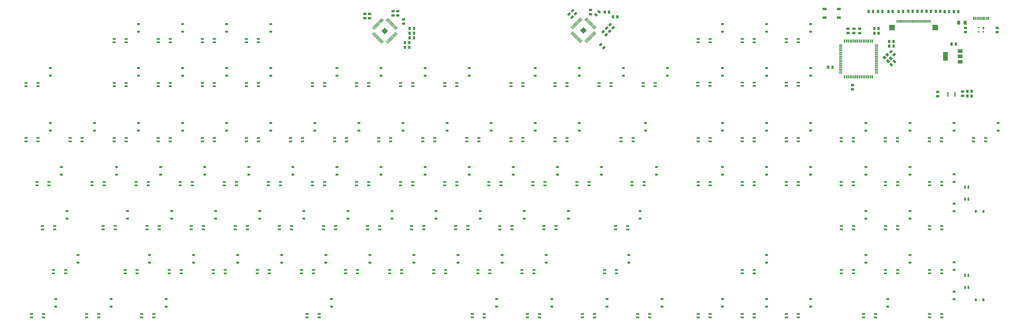
<source format=gbp>
G04 #@! TF.GenerationSoftware,KiCad,Pcbnew,(5.1.9)-1*
G04 #@! TF.CreationDate,2021-02-01T17:40:24-05:00*
G04 #@! TF.ProjectId,TooManyKeys,546f6f4d-616e-4794-9b65-79732e6b6963,rev?*
G04 #@! TF.SameCoordinates,Original*
G04 #@! TF.FileFunction,Paste,Bot*
G04 #@! TF.FilePolarity,Positive*
%FSLAX46Y46*%
G04 Gerber Fmt 4.6, Leading zero omitted, Abs format (unit mm)*
G04 Created by KiCad (PCBNEW (5.1.9)-1) date 2021-02-01 17:40:24*
%MOMM*%
%LPD*%
G01*
G04 APERTURE LIST*
%ADD10C,0.100000*%
%ADD11R,1.400000X0.800000*%
%ADD12R,0.800000X1.400000*%
%ADD13R,2.400000X2.400000*%
%ADD14R,0.300000X1.200000*%
%ADD15R,1.800000X1.100000*%
%ADD16R,0.600000X1.450000*%
%ADD17R,0.300000X1.450000*%
%ADD18R,2.000000X1.500000*%
%ADD19R,2.000000X3.800000*%
%ADD20R,0.850000X0.300000*%
%ADD21R,1.475000X0.600000*%
%ADD22R,0.600000X1.475000*%
%ADD23R,0.700000X1.000000*%
%ADD24R,0.700000X0.600000*%
%ADD25R,1.200000X0.900000*%
%ADD26R,0.900000X1.200000*%
G04 APERTURE END LIST*
D10*
G04 #@! TO.C,MASTER_U1*
G36*
X328676000Y-261510214D02*
G01*
X327261786Y-260096000D01*
X328676000Y-258681786D01*
X330090214Y-260096000D01*
X328676000Y-261510214D01*
G37*
G36*
X330143600Y-265664819D02*
G01*
X329100618Y-264621837D01*
X329312750Y-264409705D01*
X330355732Y-265452687D01*
X330143600Y-265664819D01*
G37*
G36*
X330497153Y-265311266D02*
G01*
X329454171Y-264268284D01*
X329666303Y-264056152D01*
X330709285Y-265099134D01*
X330497153Y-265311266D01*
G37*
G36*
X330850707Y-264957712D02*
G01*
X329807725Y-263914730D01*
X330019857Y-263702598D01*
X331062839Y-264745580D01*
X330850707Y-264957712D01*
G37*
G36*
X331204260Y-264604159D02*
G01*
X330161278Y-263561177D01*
X330373410Y-263349045D01*
X331416392Y-264392027D01*
X331204260Y-264604159D01*
G37*
G36*
X331557813Y-264250606D02*
G01*
X330514831Y-263207624D01*
X330726963Y-262995492D01*
X331769945Y-264038474D01*
X331557813Y-264250606D01*
G37*
G36*
X331911367Y-263897052D02*
G01*
X330868385Y-262854070D01*
X331080517Y-262641938D01*
X332123499Y-263684920D01*
X331911367Y-263897052D01*
G37*
G36*
X332264920Y-263543499D02*
G01*
X331221938Y-262500517D01*
X331434070Y-262288385D01*
X332477052Y-263331367D01*
X332264920Y-263543499D01*
G37*
G36*
X332618474Y-263189945D02*
G01*
X331575492Y-262146963D01*
X331787624Y-261934831D01*
X332830606Y-262977813D01*
X332618474Y-263189945D01*
G37*
G36*
X332972027Y-262836392D02*
G01*
X331929045Y-261793410D01*
X332141177Y-261581278D01*
X333184159Y-262624260D01*
X332972027Y-262836392D01*
G37*
G36*
X333325580Y-262482839D02*
G01*
X332282598Y-261439857D01*
X332494730Y-261227725D01*
X333537712Y-262270707D01*
X333325580Y-262482839D01*
G37*
G36*
X333679134Y-262129285D02*
G01*
X332636152Y-261086303D01*
X332848284Y-260874171D01*
X333891266Y-261917153D01*
X333679134Y-262129285D01*
G37*
G36*
X334032687Y-261775732D02*
G01*
X332989705Y-260732750D01*
X333201837Y-260520618D01*
X334244819Y-261563600D01*
X334032687Y-261775732D01*
G37*
G36*
X332989705Y-259459250D02*
G01*
X334032687Y-258416268D01*
X334244819Y-258628400D01*
X333201837Y-259671382D01*
X332989705Y-259459250D01*
G37*
G36*
X332636152Y-259105697D02*
G01*
X333679134Y-258062715D01*
X333891266Y-258274847D01*
X332848284Y-259317829D01*
X332636152Y-259105697D01*
G37*
G36*
X332282598Y-258752143D02*
G01*
X333325580Y-257709161D01*
X333537712Y-257921293D01*
X332494730Y-258964275D01*
X332282598Y-258752143D01*
G37*
G36*
X331929045Y-258398590D02*
G01*
X332972027Y-257355608D01*
X333184159Y-257567740D01*
X332141177Y-258610722D01*
X331929045Y-258398590D01*
G37*
G36*
X331575492Y-258045037D02*
G01*
X332618474Y-257002055D01*
X332830606Y-257214187D01*
X331787624Y-258257169D01*
X331575492Y-258045037D01*
G37*
G36*
X331221938Y-257691483D02*
G01*
X332264920Y-256648501D01*
X332477052Y-256860633D01*
X331434070Y-257903615D01*
X331221938Y-257691483D01*
G37*
G36*
X330868385Y-257337930D02*
G01*
X331911367Y-256294948D01*
X332123499Y-256507080D01*
X331080517Y-257550062D01*
X330868385Y-257337930D01*
G37*
G36*
X330514831Y-256984376D02*
G01*
X331557813Y-255941394D01*
X331769945Y-256153526D01*
X330726963Y-257196508D01*
X330514831Y-256984376D01*
G37*
G36*
X330161278Y-256630823D02*
G01*
X331204260Y-255587841D01*
X331416392Y-255799973D01*
X330373410Y-256842955D01*
X330161278Y-256630823D01*
G37*
G36*
X329807725Y-256277270D02*
G01*
X330850707Y-255234288D01*
X331062839Y-255446420D01*
X330019857Y-256489402D01*
X329807725Y-256277270D01*
G37*
G36*
X329454171Y-255923716D02*
G01*
X330497153Y-254880734D01*
X330709285Y-255092866D01*
X329666303Y-256135848D01*
X329454171Y-255923716D01*
G37*
G36*
X329100618Y-255570163D02*
G01*
X330143600Y-254527181D01*
X330355732Y-254739313D01*
X329312750Y-255782295D01*
X329100618Y-255570163D01*
G37*
G36*
X328039250Y-255782295D02*
G01*
X326996268Y-254739313D01*
X327208400Y-254527181D01*
X328251382Y-255570163D01*
X328039250Y-255782295D01*
G37*
G36*
X327685697Y-256135848D02*
G01*
X326642715Y-255092866D01*
X326854847Y-254880734D01*
X327897829Y-255923716D01*
X327685697Y-256135848D01*
G37*
G36*
X327332143Y-256489402D02*
G01*
X326289161Y-255446420D01*
X326501293Y-255234288D01*
X327544275Y-256277270D01*
X327332143Y-256489402D01*
G37*
G36*
X326978590Y-256842955D02*
G01*
X325935608Y-255799973D01*
X326147740Y-255587841D01*
X327190722Y-256630823D01*
X326978590Y-256842955D01*
G37*
G36*
X326625037Y-257196508D02*
G01*
X325582055Y-256153526D01*
X325794187Y-255941394D01*
X326837169Y-256984376D01*
X326625037Y-257196508D01*
G37*
G36*
X326271483Y-257550062D02*
G01*
X325228501Y-256507080D01*
X325440633Y-256294948D01*
X326483615Y-257337930D01*
X326271483Y-257550062D01*
G37*
G36*
X325917930Y-257903615D02*
G01*
X324874948Y-256860633D01*
X325087080Y-256648501D01*
X326130062Y-257691483D01*
X325917930Y-257903615D01*
G37*
G36*
X325564376Y-258257169D02*
G01*
X324521394Y-257214187D01*
X324733526Y-257002055D01*
X325776508Y-258045037D01*
X325564376Y-258257169D01*
G37*
G36*
X325210823Y-258610722D02*
G01*
X324167841Y-257567740D01*
X324379973Y-257355608D01*
X325422955Y-258398590D01*
X325210823Y-258610722D01*
G37*
G36*
X324857270Y-258964275D02*
G01*
X323814288Y-257921293D01*
X324026420Y-257709161D01*
X325069402Y-258752143D01*
X324857270Y-258964275D01*
G37*
G36*
X324503716Y-259317829D02*
G01*
X323460734Y-258274847D01*
X323672866Y-258062715D01*
X324715848Y-259105697D01*
X324503716Y-259317829D01*
G37*
G36*
X324150163Y-259671382D02*
G01*
X323107181Y-258628400D01*
X323319313Y-258416268D01*
X324362295Y-259459250D01*
X324150163Y-259671382D01*
G37*
G36*
X323107181Y-261563600D02*
G01*
X324150163Y-260520618D01*
X324362295Y-260732750D01*
X323319313Y-261775732D01*
X323107181Y-261563600D01*
G37*
G36*
X323460734Y-261917153D02*
G01*
X324503716Y-260874171D01*
X324715848Y-261086303D01*
X323672866Y-262129285D01*
X323460734Y-261917153D01*
G37*
G36*
X323814288Y-262270707D02*
G01*
X324857270Y-261227725D01*
X325069402Y-261439857D01*
X324026420Y-262482839D01*
X323814288Y-262270707D01*
G37*
G36*
X324167841Y-262624260D02*
G01*
X325210823Y-261581278D01*
X325422955Y-261793410D01*
X324379973Y-262836392D01*
X324167841Y-262624260D01*
G37*
G36*
X324521394Y-262977813D02*
G01*
X325564376Y-261934831D01*
X325776508Y-262146963D01*
X324733526Y-263189945D01*
X324521394Y-262977813D01*
G37*
G36*
X324874948Y-263331367D02*
G01*
X325917930Y-262288385D01*
X326130062Y-262500517D01*
X325087080Y-263543499D01*
X324874948Y-263331367D01*
G37*
G36*
X325228501Y-263684920D02*
G01*
X326271483Y-262641938D01*
X326483615Y-262854070D01*
X325440633Y-263897052D01*
X325228501Y-263684920D01*
G37*
G36*
X325582055Y-264038474D02*
G01*
X326625037Y-262995492D01*
X326837169Y-263207624D01*
X325794187Y-264250606D01*
X325582055Y-264038474D01*
G37*
G36*
X325935608Y-264392027D02*
G01*
X326978590Y-263349045D01*
X327190722Y-263561177D01*
X326147740Y-264604159D01*
X325935608Y-264392027D01*
G37*
G36*
X326289161Y-264745580D02*
G01*
X327332143Y-263702598D01*
X327544275Y-263914730D01*
X326501293Y-264957712D01*
X326289161Y-264745580D01*
G37*
G36*
X326642715Y-265099134D02*
G01*
X327685697Y-264056152D01*
X327897829Y-264268284D01*
X326854847Y-265311266D01*
X326642715Y-265099134D01*
G37*
G36*
X326996268Y-265452687D02*
G01*
X328039250Y-264409705D01*
X328251382Y-264621837D01*
X327208400Y-265664819D01*
X326996268Y-265452687D01*
G37*
G04 #@! TD*
D11*
G04 #@! TO.C,LED72*
X345500000Y-344556000D03*
X340300000Y-344556000D03*
X340300000Y-346006000D03*
X345500000Y-346006000D03*
G04 #@! TD*
D10*
G04 #@! TO.C,SLAVE_U1*
G36*
X415942214Y-259842000D02*
G01*
X414528000Y-261256214D01*
X413113786Y-259842000D01*
X414528000Y-258427786D01*
X415942214Y-259842000D01*
G37*
G36*
X420096819Y-258374400D02*
G01*
X419053837Y-259417382D01*
X418841705Y-259205250D01*
X419884687Y-258162268D01*
X420096819Y-258374400D01*
G37*
G36*
X419743266Y-258020847D02*
G01*
X418700284Y-259063829D01*
X418488152Y-258851697D01*
X419531134Y-257808715D01*
X419743266Y-258020847D01*
G37*
G36*
X419389712Y-257667293D02*
G01*
X418346730Y-258710275D01*
X418134598Y-258498143D01*
X419177580Y-257455161D01*
X419389712Y-257667293D01*
G37*
G36*
X419036159Y-257313740D02*
G01*
X417993177Y-258356722D01*
X417781045Y-258144590D01*
X418824027Y-257101608D01*
X419036159Y-257313740D01*
G37*
G36*
X418682606Y-256960187D02*
G01*
X417639624Y-258003169D01*
X417427492Y-257791037D01*
X418470474Y-256748055D01*
X418682606Y-256960187D01*
G37*
G36*
X418329052Y-256606633D02*
G01*
X417286070Y-257649615D01*
X417073938Y-257437483D01*
X418116920Y-256394501D01*
X418329052Y-256606633D01*
G37*
G36*
X417975499Y-256253080D02*
G01*
X416932517Y-257296062D01*
X416720385Y-257083930D01*
X417763367Y-256040948D01*
X417975499Y-256253080D01*
G37*
G36*
X417621945Y-255899526D02*
G01*
X416578963Y-256942508D01*
X416366831Y-256730376D01*
X417409813Y-255687394D01*
X417621945Y-255899526D01*
G37*
G36*
X417268392Y-255545973D02*
G01*
X416225410Y-256588955D01*
X416013278Y-256376823D01*
X417056260Y-255333841D01*
X417268392Y-255545973D01*
G37*
G36*
X416914839Y-255192420D02*
G01*
X415871857Y-256235402D01*
X415659725Y-256023270D01*
X416702707Y-254980288D01*
X416914839Y-255192420D01*
G37*
G36*
X416561285Y-254838866D02*
G01*
X415518303Y-255881848D01*
X415306171Y-255669716D01*
X416349153Y-254626734D01*
X416561285Y-254838866D01*
G37*
G36*
X416207732Y-254485313D02*
G01*
X415164750Y-255528295D01*
X414952618Y-255316163D01*
X415995600Y-254273181D01*
X416207732Y-254485313D01*
G37*
G36*
X413891250Y-255528295D02*
G01*
X412848268Y-254485313D01*
X413060400Y-254273181D01*
X414103382Y-255316163D01*
X413891250Y-255528295D01*
G37*
G36*
X413537697Y-255881848D02*
G01*
X412494715Y-254838866D01*
X412706847Y-254626734D01*
X413749829Y-255669716D01*
X413537697Y-255881848D01*
G37*
G36*
X413184143Y-256235402D02*
G01*
X412141161Y-255192420D01*
X412353293Y-254980288D01*
X413396275Y-256023270D01*
X413184143Y-256235402D01*
G37*
G36*
X412830590Y-256588955D02*
G01*
X411787608Y-255545973D01*
X411999740Y-255333841D01*
X413042722Y-256376823D01*
X412830590Y-256588955D01*
G37*
G36*
X412477037Y-256942508D02*
G01*
X411434055Y-255899526D01*
X411646187Y-255687394D01*
X412689169Y-256730376D01*
X412477037Y-256942508D01*
G37*
G36*
X412123483Y-257296062D02*
G01*
X411080501Y-256253080D01*
X411292633Y-256040948D01*
X412335615Y-257083930D01*
X412123483Y-257296062D01*
G37*
G36*
X411769930Y-257649615D02*
G01*
X410726948Y-256606633D01*
X410939080Y-256394501D01*
X411982062Y-257437483D01*
X411769930Y-257649615D01*
G37*
G36*
X411416376Y-258003169D02*
G01*
X410373394Y-256960187D01*
X410585526Y-256748055D01*
X411628508Y-257791037D01*
X411416376Y-258003169D01*
G37*
G36*
X411062823Y-258356722D02*
G01*
X410019841Y-257313740D01*
X410231973Y-257101608D01*
X411274955Y-258144590D01*
X411062823Y-258356722D01*
G37*
G36*
X410709270Y-258710275D02*
G01*
X409666288Y-257667293D01*
X409878420Y-257455161D01*
X410921402Y-258498143D01*
X410709270Y-258710275D01*
G37*
G36*
X410355716Y-259063829D02*
G01*
X409312734Y-258020847D01*
X409524866Y-257808715D01*
X410567848Y-258851697D01*
X410355716Y-259063829D01*
G37*
G36*
X410002163Y-259417382D02*
G01*
X408959181Y-258374400D01*
X409171313Y-258162268D01*
X410214295Y-259205250D01*
X410002163Y-259417382D01*
G37*
G36*
X410214295Y-260478750D02*
G01*
X409171313Y-261521732D01*
X408959181Y-261309600D01*
X410002163Y-260266618D01*
X410214295Y-260478750D01*
G37*
G36*
X410567848Y-260832303D02*
G01*
X409524866Y-261875285D01*
X409312734Y-261663153D01*
X410355716Y-260620171D01*
X410567848Y-260832303D01*
G37*
G36*
X410921402Y-261185857D02*
G01*
X409878420Y-262228839D01*
X409666288Y-262016707D01*
X410709270Y-260973725D01*
X410921402Y-261185857D01*
G37*
G36*
X411274955Y-261539410D02*
G01*
X410231973Y-262582392D01*
X410019841Y-262370260D01*
X411062823Y-261327278D01*
X411274955Y-261539410D01*
G37*
G36*
X411628508Y-261892963D02*
G01*
X410585526Y-262935945D01*
X410373394Y-262723813D01*
X411416376Y-261680831D01*
X411628508Y-261892963D01*
G37*
G36*
X411982062Y-262246517D02*
G01*
X410939080Y-263289499D01*
X410726948Y-263077367D01*
X411769930Y-262034385D01*
X411982062Y-262246517D01*
G37*
G36*
X412335615Y-262600070D02*
G01*
X411292633Y-263643052D01*
X411080501Y-263430920D01*
X412123483Y-262387938D01*
X412335615Y-262600070D01*
G37*
G36*
X412689169Y-262953624D02*
G01*
X411646187Y-263996606D01*
X411434055Y-263784474D01*
X412477037Y-262741492D01*
X412689169Y-262953624D01*
G37*
G36*
X413042722Y-263307177D02*
G01*
X411999740Y-264350159D01*
X411787608Y-264138027D01*
X412830590Y-263095045D01*
X413042722Y-263307177D01*
G37*
G36*
X413396275Y-263660730D02*
G01*
X412353293Y-264703712D01*
X412141161Y-264491580D01*
X413184143Y-263448598D01*
X413396275Y-263660730D01*
G37*
G36*
X413749829Y-264014284D02*
G01*
X412706847Y-265057266D01*
X412494715Y-264845134D01*
X413537697Y-263802152D01*
X413749829Y-264014284D01*
G37*
G36*
X414103382Y-264367837D02*
G01*
X413060400Y-265410819D01*
X412848268Y-265198687D01*
X413891250Y-264155705D01*
X414103382Y-264367837D01*
G37*
G36*
X415995600Y-265410819D02*
G01*
X414952618Y-264367837D01*
X415164750Y-264155705D01*
X416207732Y-265198687D01*
X415995600Y-265410819D01*
G37*
G36*
X416349153Y-265057266D02*
G01*
X415306171Y-264014284D01*
X415518303Y-263802152D01*
X416561285Y-264845134D01*
X416349153Y-265057266D01*
G37*
G36*
X416702707Y-264703712D02*
G01*
X415659725Y-263660730D01*
X415871857Y-263448598D01*
X416914839Y-264491580D01*
X416702707Y-264703712D01*
G37*
G36*
X417056260Y-264350159D02*
G01*
X416013278Y-263307177D01*
X416225410Y-263095045D01*
X417268392Y-264138027D01*
X417056260Y-264350159D01*
G37*
G36*
X417409813Y-263996606D02*
G01*
X416366831Y-262953624D01*
X416578963Y-262741492D01*
X417621945Y-263784474D01*
X417409813Y-263996606D01*
G37*
G36*
X417763367Y-263643052D02*
G01*
X416720385Y-262600070D01*
X416932517Y-262387938D01*
X417975499Y-263430920D01*
X417763367Y-263643052D01*
G37*
G36*
X418116920Y-263289499D02*
G01*
X417073938Y-262246517D01*
X417286070Y-262034385D01*
X418329052Y-263077367D01*
X418116920Y-263289499D01*
G37*
G36*
X418470474Y-262935945D02*
G01*
X417427492Y-261892963D01*
X417639624Y-261680831D01*
X418682606Y-262723813D01*
X418470474Y-262935945D01*
G37*
G36*
X418824027Y-262582392D02*
G01*
X417781045Y-261539410D01*
X417993177Y-261327278D01*
X419036159Y-262370260D01*
X418824027Y-262582392D01*
G37*
G36*
X419177580Y-262228839D02*
G01*
X418134598Y-261185857D01*
X418346730Y-260973725D01*
X419389712Y-262016707D01*
X419177580Y-262228839D01*
G37*
G36*
X419531134Y-261875285D02*
G01*
X418488152Y-260832303D01*
X418700284Y-260620171D01*
X419743266Y-261663153D01*
X419531134Y-261875285D01*
G37*
G36*
X419884687Y-261521732D02*
G01*
X418841705Y-260478750D01*
X419053837Y-260266618D01*
X420096819Y-261309600D01*
X419884687Y-261521732D01*
G37*
G04 #@! TD*
D11*
G04 #@! TO.C,LED111*
X588324000Y-306456000D03*
X583124000Y-306456000D03*
X583124000Y-307906000D03*
X588324000Y-307906000D03*
G04 #@! TD*
D12*
G04 #@! TO.C,LED110*
X580892000Y-332927000D03*
X580892000Y-327727000D03*
X579442000Y-327727000D03*
X579442000Y-332927000D03*
G04 #@! TD*
G04 #@! TO.C,LED109*
X580892000Y-371154000D03*
X580892000Y-365954000D03*
X579442000Y-365954000D03*
X579442000Y-371154000D03*
G04 #@! TD*
D11*
G04 #@! TO.C,LED108*
X569338000Y-382656000D03*
X564138000Y-382656000D03*
X564138000Y-384106000D03*
X569338000Y-384106000D03*
G04 #@! TD*
G04 #@! TO.C,LED107*
X540762000Y-382656000D03*
X535562000Y-382656000D03*
X535562000Y-384106000D03*
X540762000Y-384106000D03*
G04 #@! TD*
G04 #@! TO.C,LED106*
X507425000Y-382656000D03*
X502225000Y-382656000D03*
X502225000Y-384106000D03*
X507425000Y-384106000D03*
G04 #@! TD*
G04 #@! TO.C,LED105*
X488375000Y-382656000D03*
X483175000Y-382656000D03*
X483175000Y-384106000D03*
X488375000Y-384106000D03*
G04 #@! TD*
G04 #@! TO.C,LED104*
X469325000Y-382656000D03*
X464125000Y-382656000D03*
X464125000Y-384106000D03*
X469325000Y-384106000D03*
G04 #@! TD*
G04 #@! TO.C,LED103*
X443131000Y-382656000D03*
X437931000Y-382656000D03*
X437931000Y-384106000D03*
X443131000Y-384106000D03*
G04 #@! TD*
G04 #@! TO.C,LED102*
X419319000Y-382656000D03*
X414119000Y-382656000D03*
X414119000Y-384106000D03*
X419319000Y-384106000D03*
G04 #@! TD*
G04 #@! TO.C,LED101*
X395506000Y-382656000D03*
X390306000Y-382656000D03*
X390306000Y-384106000D03*
X395506000Y-384106000D03*
G04 #@! TD*
G04 #@! TO.C,LED100*
X371694000Y-382656000D03*
X366494000Y-382656000D03*
X366494000Y-384106000D03*
X371694000Y-384106000D03*
G04 #@! TD*
G04 #@! TO.C,LED99*
X300256000Y-382656000D03*
X295056000Y-382656000D03*
X295056000Y-384106000D03*
X300256000Y-384106000D03*
G04 #@! TD*
G04 #@! TO.C,LED98*
X228819000Y-382656000D03*
X223619000Y-382656000D03*
X223619000Y-384106000D03*
X228819000Y-384106000D03*
G04 #@! TD*
G04 #@! TO.C,LED97*
X205006000Y-382656000D03*
X199806000Y-382656000D03*
X199806000Y-384106000D03*
X205006000Y-384106000D03*
G04 #@! TD*
G04 #@! TO.C,LED96*
X181194000Y-382656000D03*
X175994000Y-382656000D03*
X175994000Y-384106000D03*
X181194000Y-384106000D03*
G04 #@! TD*
G04 #@! TO.C,LED95*
X569338000Y-363606000D03*
X564138000Y-363606000D03*
X564138000Y-365056000D03*
X569338000Y-365056000D03*
G04 #@! TD*
G04 #@! TO.C,LED94*
X550288000Y-363606000D03*
X545088000Y-363606000D03*
X545088000Y-365056000D03*
X550288000Y-365056000D03*
G04 #@! TD*
G04 #@! TO.C,LED93*
X531238000Y-363606000D03*
X526038000Y-363606000D03*
X526038000Y-365056000D03*
X531238000Y-365056000D03*
G04 #@! TD*
G04 #@! TO.C,LED92*
X488375000Y-363606000D03*
X483175000Y-363606000D03*
X483175000Y-365056000D03*
X488375000Y-365056000D03*
G04 #@! TD*
G04 #@! TO.C,LED91*
X428844000Y-363606000D03*
X423644000Y-363606000D03*
X423644000Y-365056000D03*
X428844000Y-365056000D03*
G04 #@! TD*
G04 #@! TO.C,LED90*
X393125000Y-363606000D03*
X387925000Y-363606000D03*
X387925000Y-365056000D03*
X393125000Y-365056000D03*
G04 #@! TD*
G04 #@! TO.C,LED89*
X374075000Y-363606000D03*
X368875000Y-363606000D03*
X368875000Y-365056000D03*
X374075000Y-365056000D03*
G04 #@! TD*
G04 #@! TO.C,LED88*
X355025000Y-363606000D03*
X349825000Y-363606000D03*
X349825000Y-365056000D03*
X355025000Y-365056000D03*
G04 #@! TD*
G04 #@! TO.C,LED87*
X335975000Y-363606000D03*
X330775000Y-363606000D03*
X330775000Y-365056000D03*
X335975000Y-365056000D03*
G04 #@! TD*
G04 #@! TO.C,LED86*
X316925000Y-363606000D03*
X311725000Y-363606000D03*
X311725000Y-365056000D03*
X316925000Y-365056000D03*
G04 #@! TD*
G04 #@! TO.C,LED85*
X297875000Y-363606000D03*
X292675000Y-363606000D03*
X292675000Y-365056000D03*
X297875000Y-365056000D03*
G04 #@! TD*
G04 #@! TO.C,LED84*
X278825000Y-363606000D03*
X273625000Y-363606000D03*
X273625000Y-365056000D03*
X278825000Y-365056000D03*
G04 #@! TD*
G04 #@! TO.C,LED83*
X259775000Y-363606000D03*
X254575000Y-363606000D03*
X254575000Y-365056000D03*
X259775000Y-365056000D03*
G04 #@! TD*
G04 #@! TO.C,LED82*
X240725000Y-363606000D03*
X235525000Y-363606000D03*
X235525000Y-365056000D03*
X240725000Y-365056000D03*
G04 #@! TD*
G04 #@! TO.C,LED81*
X221675000Y-363606000D03*
X216475000Y-363606000D03*
X216475000Y-365056000D03*
X221675000Y-365056000D03*
G04 #@! TD*
G04 #@! TO.C,LED80*
X190719000Y-363606000D03*
X185519000Y-363606000D03*
X185519000Y-365056000D03*
X190719000Y-365056000D03*
G04 #@! TD*
G04 #@! TO.C,LED79*
X569338000Y-344556000D03*
X564138000Y-344556000D03*
X564138000Y-346006000D03*
X569338000Y-346006000D03*
G04 #@! TD*
G04 #@! TO.C,LED78*
X550288000Y-344556000D03*
X545088000Y-344556000D03*
X545088000Y-346006000D03*
X550288000Y-346006000D03*
G04 #@! TD*
G04 #@! TO.C,LED77*
X531238000Y-344556000D03*
X526038000Y-344556000D03*
X526038000Y-346006000D03*
X531238000Y-346006000D03*
G04 #@! TD*
G04 #@! TO.C,LED76*
X433606000Y-344556000D03*
X428406000Y-344556000D03*
X428406000Y-346006000D03*
X433606000Y-346006000D03*
G04 #@! TD*
G04 #@! TO.C,LED75*
X402650000Y-344556000D03*
X397450000Y-344556000D03*
X397450000Y-346006000D03*
X402650000Y-346006000D03*
G04 #@! TD*
G04 #@! TO.C,LED74*
X383600000Y-344556000D03*
X378400000Y-344556000D03*
X378400000Y-346006000D03*
X383600000Y-346006000D03*
G04 #@! TD*
G04 #@! TO.C,LED73*
X364550000Y-344556000D03*
X359350000Y-344556000D03*
X359350000Y-346006000D03*
X364550000Y-346006000D03*
G04 #@! TD*
G04 #@! TO.C,LED71*
X326450000Y-344556000D03*
X321250000Y-344556000D03*
X321250000Y-346006000D03*
X326450000Y-346006000D03*
G04 #@! TD*
G04 #@! TO.C,LED70*
X307400000Y-344556000D03*
X302200000Y-344556000D03*
X302200000Y-346006000D03*
X307400000Y-346006000D03*
G04 #@! TD*
G04 #@! TO.C,LED69*
X288350000Y-344556000D03*
X283150000Y-344556000D03*
X283150000Y-346006000D03*
X288350000Y-346006000D03*
G04 #@! TD*
G04 #@! TO.C,LED68*
X269300000Y-344556000D03*
X264100000Y-344556000D03*
X264100000Y-346006000D03*
X269300000Y-346006000D03*
G04 #@! TD*
G04 #@! TO.C,LED67*
X250250000Y-344556000D03*
X245050000Y-344556000D03*
X245050000Y-346006000D03*
X250250000Y-346006000D03*
G04 #@! TD*
G04 #@! TO.C,LED66*
X231200000Y-344556000D03*
X226000000Y-344556000D03*
X226000000Y-346006000D03*
X231200000Y-346006000D03*
G04 #@! TD*
G04 #@! TO.C,LED65*
X212150000Y-344556000D03*
X206950000Y-344556000D03*
X206950000Y-346006000D03*
X212150000Y-346006000D03*
G04 #@! TD*
G04 #@! TO.C,LED64*
X185956000Y-344556000D03*
X180756000Y-344556000D03*
X180756000Y-346006000D03*
X185956000Y-346006000D03*
G04 #@! TD*
G04 #@! TO.C,LED63*
X488375000Y-325506000D03*
X483175000Y-325506000D03*
X483175000Y-326956000D03*
X488375000Y-326956000D03*
G04 #@! TD*
G04 #@! TO.C,LED62*
X469325000Y-325506000D03*
X464125000Y-325506000D03*
X464125000Y-326956000D03*
X469325000Y-326956000D03*
G04 #@! TD*
G04 #@! TO.C,LED61*
X440750000Y-325506000D03*
X435550000Y-325506000D03*
X435550000Y-326956000D03*
X440750000Y-326956000D03*
G04 #@! TD*
G04 #@! TO.C,LED60*
X416938000Y-325505000D03*
X411738000Y-325505000D03*
X411738000Y-326955000D03*
X416938000Y-326955000D03*
G04 #@! TD*
G04 #@! TO.C,LED59*
X397888000Y-325506000D03*
X392688000Y-325506000D03*
X392688000Y-326956000D03*
X397888000Y-326956000D03*
G04 #@! TD*
G04 #@! TO.C,LED58*
X378838000Y-325506000D03*
X373638000Y-325506000D03*
X373638000Y-326956000D03*
X378838000Y-326956000D03*
G04 #@! TD*
G04 #@! TO.C,LED57*
X359788000Y-325506000D03*
X354588000Y-325506000D03*
X354588000Y-326956000D03*
X359788000Y-326956000D03*
G04 #@! TD*
G04 #@! TO.C,LED56*
X340738000Y-325506000D03*
X335538000Y-325506000D03*
X335538000Y-326956000D03*
X340738000Y-326956000D03*
G04 #@! TD*
G04 #@! TO.C,LED55*
X321688000Y-325506000D03*
X316488000Y-325506000D03*
X316488000Y-326956000D03*
X321688000Y-326956000D03*
G04 #@! TD*
G04 #@! TO.C,LED54*
X302638000Y-325506000D03*
X297438000Y-325506000D03*
X297438000Y-326956000D03*
X302638000Y-326956000D03*
G04 #@! TD*
G04 #@! TO.C,LED53*
X283588000Y-325506000D03*
X278388000Y-325506000D03*
X278388000Y-326956000D03*
X283588000Y-326956000D03*
G04 #@! TD*
G04 #@! TO.C,LED52*
X264538000Y-325506000D03*
X259338000Y-325506000D03*
X259338000Y-326956000D03*
X264538000Y-326956000D03*
G04 #@! TD*
G04 #@! TO.C,LED51*
X245488000Y-325506000D03*
X240288000Y-325506000D03*
X240288000Y-326956000D03*
X245488000Y-326956000D03*
G04 #@! TD*
G04 #@! TO.C,LED50*
X226438000Y-325506000D03*
X221238000Y-325506000D03*
X221238000Y-326956000D03*
X226438000Y-326956000D03*
G04 #@! TD*
G04 #@! TO.C,LED49*
X207388000Y-325506000D03*
X202188000Y-325506000D03*
X202188000Y-326956000D03*
X207388000Y-326956000D03*
G04 #@! TD*
G04 #@! TO.C,LED48*
X183575000Y-325506000D03*
X178375000Y-325506000D03*
X178375000Y-326956000D03*
X183575000Y-326956000D03*
G04 #@! TD*
G04 #@! TO.C,LED47*
X507425000Y-325506000D03*
X502225000Y-325506000D03*
X502225000Y-326956000D03*
X507425000Y-326956000D03*
G04 #@! TD*
G04 #@! TO.C,LED46*
X531174000Y-325506000D03*
X525974000Y-325506000D03*
X525974000Y-326956000D03*
X531174000Y-326956000D03*
G04 #@! TD*
G04 #@! TO.C,LED45*
X550288000Y-325506000D03*
X545088000Y-325506000D03*
X545088000Y-326956000D03*
X550288000Y-326956000D03*
G04 #@! TD*
G04 #@! TO.C,LED44*
X569338000Y-325506000D03*
X564138000Y-325506000D03*
X564138000Y-326956000D03*
X569338000Y-326956000D03*
G04 #@! TD*
G04 #@! TO.C,LED43*
X569274000Y-306456000D03*
X564074000Y-306456000D03*
X564074000Y-307906000D03*
X569274000Y-307906000D03*
G04 #@! TD*
G04 #@! TO.C,LED42*
X550224000Y-306456000D03*
X545024000Y-306456000D03*
X545024000Y-307906000D03*
X550224000Y-307906000D03*
G04 #@! TD*
G04 #@! TO.C,LED41*
X531174000Y-306456000D03*
X525974000Y-306456000D03*
X525974000Y-307906000D03*
X531174000Y-307906000D03*
G04 #@! TD*
G04 #@! TO.C,LED40*
X507425000Y-306456000D03*
X502225000Y-306456000D03*
X502225000Y-307906000D03*
X507425000Y-307906000D03*
G04 #@! TD*
G04 #@! TO.C,LED39*
X488375000Y-306456000D03*
X483175000Y-306456000D03*
X483175000Y-307906000D03*
X488375000Y-307906000D03*
G04 #@! TD*
G04 #@! TO.C,LED38*
X469325000Y-306456000D03*
X464125000Y-306456000D03*
X464125000Y-307906000D03*
X469325000Y-307906000D03*
G04 #@! TD*
G04 #@! TO.C,LED37*
X435988000Y-306456000D03*
X430788000Y-306456000D03*
X430788000Y-307906000D03*
X435988000Y-307906000D03*
G04 #@! TD*
G04 #@! TO.C,LED36*
X407412000Y-306456000D03*
X402212000Y-306456000D03*
X402212000Y-307906000D03*
X407412000Y-307906000D03*
G04 #@! TD*
G04 #@! TO.C,LED35*
X388362000Y-306456000D03*
X383162000Y-306456000D03*
X383162000Y-307906000D03*
X388362000Y-307906000D03*
G04 #@! TD*
G04 #@! TO.C,LED34*
X369312000Y-306456000D03*
X364112000Y-306456000D03*
X364112000Y-307906000D03*
X369312000Y-307906000D03*
G04 #@! TD*
G04 #@! TO.C,LED33*
X350262000Y-306456000D03*
X345062000Y-306456000D03*
X345062000Y-307906000D03*
X350262000Y-307906000D03*
G04 #@! TD*
G04 #@! TO.C,LED32*
X331212000Y-306456000D03*
X326012000Y-306456000D03*
X326012000Y-307906000D03*
X331212000Y-307906000D03*
G04 #@! TD*
G04 #@! TO.C,LED31*
X312162000Y-306456000D03*
X306962000Y-306456000D03*
X306962000Y-307906000D03*
X312162000Y-307906000D03*
G04 #@! TD*
G04 #@! TO.C,LED30*
X293112000Y-306456000D03*
X287912000Y-306456000D03*
X287912000Y-307906000D03*
X293112000Y-307906000D03*
G04 #@! TD*
G04 #@! TO.C,LED29*
X274062000Y-306456000D03*
X268862000Y-306456000D03*
X268862000Y-307906000D03*
X274062000Y-307906000D03*
G04 #@! TD*
G04 #@! TO.C,LED28*
X255012000Y-306456000D03*
X249812000Y-306456000D03*
X249812000Y-307906000D03*
X255012000Y-307906000D03*
G04 #@! TD*
G04 #@! TO.C,LED27*
X235962000Y-306456000D03*
X230762000Y-306456000D03*
X230762000Y-307906000D03*
X235962000Y-307906000D03*
G04 #@! TD*
G04 #@! TO.C,LED26*
X216912000Y-306456000D03*
X211712000Y-306456000D03*
X211712000Y-307906000D03*
X216912000Y-307906000D03*
G04 #@! TD*
G04 #@! TO.C,LED25*
X197862000Y-306456000D03*
X192662000Y-306456000D03*
X192662000Y-307906000D03*
X197862000Y-307906000D03*
G04 #@! TD*
G04 #@! TO.C,LED24*
X178812000Y-306456000D03*
X173612000Y-306456000D03*
X173612000Y-307906000D03*
X178812000Y-307906000D03*
G04 #@! TD*
G04 #@! TO.C,LED23*
X507425000Y-282485000D03*
X502225000Y-282485000D03*
X502225000Y-283935000D03*
X507425000Y-283935000D03*
G04 #@! TD*
G04 #@! TO.C,LED22*
X488375000Y-282485000D03*
X483175000Y-282485000D03*
X483175000Y-283935000D03*
X488375000Y-283935000D03*
G04 #@! TD*
G04 #@! TO.C,LED21*
X469198000Y-282485000D03*
X463998000Y-282485000D03*
X463998000Y-283935000D03*
X469198000Y-283935000D03*
G04 #@! TD*
G04 #@! TO.C,LED20*
X445512000Y-282644000D03*
X440312000Y-282644000D03*
X440312000Y-284094000D03*
X445512000Y-284094000D03*
G04 #@! TD*
G04 #@! TO.C,LED19*
X426462000Y-282644000D03*
X421262000Y-282644000D03*
X421262000Y-284094000D03*
X426462000Y-284094000D03*
G04 #@! TD*
G04 #@! TO.C,LED18*
X407412000Y-282644000D03*
X402212000Y-282644000D03*
X402212000Y-284094000D03*
X407412000Y-284094000D03*
G04 #@! TD*
G04 #@! TO.C,LED17*
X388362000Y-282644000D03*
X383162000Y-282644000D03*
X383162000Y-284094000D03*
X388362000Y-284094000D03*
G04 #@! TD*
G04 #@! TO.C,LED16*
X359788000Y-282644000D03*
X354588000Y-282644000D03*
X354588000Y-284094000D03*
X359788000Y-284094000D03*
G04 #@! TD*
G04 #@! TO.C,LED15*
X340738000Y-282644000D03*
X335538000Y-282644000D03*
X335538000Y-284094000D03*
X340738000Y-284094000D03*
G04 #@! TD*
G04 #@! TO.C,LED14*
X321688000Y-282649000D03*
X316488000Y-282649000D03*
X316488000Y-284099000D03*
X321688000Y-284099000D03*
G04 #@! TD*
G04 #@! TO.C,LED13*
X302638000Y-282644000D03*
X297438000Y-282644000D03*
X297438000Y-284094000D03*
X302638000Y-284094000D03*
G04 #@! TD*
G04 #@! TO.C,LED12*
X274062000Y-282644000D03*
X268862000Y-282644000D03*
X268862000Y-284094000D03*
X274062000Y-284094000D03*
G04 #@! TD*
G04 #@! TO.C,LED11*
X255012000Y-282644000D03*
X249812000Y-282644000D03*
X249812000Y-284094000D03*
X255012000Y-284094000D03*
G04 #@! TD*
G04 #@! TO.C,LED10*
X235962000Y-282644000D03*
X230762000Y-282644000D03*
X230762000Y-284094000D03*
X235962000Y-284094000D03*
G04 #@! TD*
G04 #@! TO.C,LED9*
X216912000Y-282644000D03*
X211712000Y-282644000D03*
X211712000Y-284094000D03*
X216912000Y-284094000D03*
G04 #@! TD*
G04 #@! TO.C,LED8*
X178812000Y-282644000D03*
X173612000Y-282644000D03*
X173612000Y-284094000D03*
X178812000Y-284094000D03*
G04 #@! TD*
G04 #@! TO.C,LED7*
X507425000Y-263594000D03*
X502225000Y-263594000D03*
X502225000Y-265044000D03*
X507425000Y-265044000D03*
G04 #@! TD*
G04 #@! TO.C,LED6*
X488375000Y-263562000D03*
X483175000Y-263562000D03*
X483175000Y-265012000D03*
X488375000Y-265012000D03*
G04 #@! TD*
G04 #@! TO.C,LED5*
X469325000Y-263594000D03*
X464125000Y-263594000D03*
X464125000Y-265044000D03*
X469325000Y-265044000D03*
G04 #@! TD*
G04 #@! TO.C,LED4*
X274062000Y-263594000D03*
X268862000Y-263594000D03*
X268862000Y-265044000D03*
X274062000Y-265044000D03*
G04 #@! TD*
G04 #@! TO.C,LED3*
X255012000Y-263594000D03*
X249812000Y-263594000D03*
X249812000Y-265044000D03*
X255012000Y-265044000D03*
G04 #@! TD*
G04 #@! TO.C,LED2*
X235962000Y-263594000D03*
X230762000Y-263594000D03*
X230762000Y-265044000D03*
X235962000Y-265044000D03*
G04 #@! TD*
G04 #@! TO.C,LED1*
X216912000Y-263594000D03*
X211712000Y-263594000D03*
X211712000Y-265044000D03*
X216912000Y-265044000D03*
G04 #@! TD*
G04 #@! TO.C,C11*
G36*
G01*
X533433000Y-258646000D02*
X534383000Y-258646000D01*
G75*
G02*
X534633000Y-258896000I0J-250000D01*
G01*
X534633000Y-259396000D01*
G75*
G02*
X534383000Y-259646000I-250000J0D01*
G01*
X533433000Y-259646000D01*
G75*
G02*
X533183000Y-259396000I0J250000D01*
G01*
X533183000Y-258896000D01*
G75*
G02*
X533433000Y-258646000I250000J0D01*
G01*
G37*
G36*
G01*
X533433000Y-260546000D02*
X534383000Y-260546000D01*
G75*
G02*
X534633000Y-260796000I0J-250000D01*
G01*
X534633000Y-261296000D01*
G75*
G02*
X534383000Y-261546000I-250000J0D01*
G01*
X533433000Y-261546000D01*
G75*
G02*
X533183000Y-261296000I0J250000D01*
G01*
X533183000Y-260796000D01*
G75*
G02*
X533433000Y-260546000I250000J0D01*
G01*
G37*
G04 #@! TD*
G04 #@! TO.C,C9*
G36*
G01*
X549074000Y-266225000D02*
X549074000Y-267175000D01*
G75*
G02*
X548824000Y-267425000I-250000J0D01*
G01*
X548324000Y-267425000D01*
G75*
G02*
X548074000Y-267175000I0J250000D01*
G01*
X548074000Y-266225000D01*
G75*
G02*
X548324000Y-265975000I250000J0D01*
G01*
X548824000Y-265975000D01*
G75*
G02*
X549074000Y-266225000I0J-250000D01*
G01*
G37*
G36*
G01*
X547174000Y-266225000D02*
X547174000Y-267175000D01*
G75*
G02*
X546924000Y-267425000I-250000J0D01*
G01*
X546424000Y-267425000D01*
G75*
G02*
X546174000Y-267175000I0J250000D01*
G01*
X546174000Y-266225000D01*
G75*
G02*
X546424000Y-265975000I250000J0D01*
G01*
X546924000Y-265975000D01*
G75*
G02*
X547174000Y-266225000I0J-250000D01*
G01*
G37*
G04 #@! TD*
D13*
G04 #@! TO.C,J1*
X547862000Y-258681000D03*
X566562000Y-258681000D03*
D14*
X549962000Y-255981000D03*
X550462000Y-255981000D03*
X550962000Y-255981000D03*
X551462000Y-255981000D03*
X551962000Y-255981000D03*
X552462000Y-255981000D03*
X552962000Y-255981000D03*
X553462000Y-255981000D03*
X553962000Y-255981000D03*
X554462000Y-255981000D03*
X554962000Y-255981000D03*
X555462000Y-255981000D03*
X555962000Y-255981000D03*
X556462000Y-255981000D03*
X556962000Y-255981000D03*
X557462000Y-255981000D03*
X557962000Y-255981000D03*
X558462000Y-255981000D03*
X558962000Y-255981000D03*
X559462000Y-255981000D03*
X559962000Y-255981000D03*
X560462000Y-255981000D03*
X560962000Y-255981000D03*
X561462000Y-255981000D03*
X561962000Y-255981000D03*
X562462000Y-255981000D03*
X562962000Y-255981000D03*
X563462000Y-255981000D03*
X563962000Y-255981000D03*
X564462000Y-255981000D03*
G04 #@! TD*
D15*
G04 #@! TO.C,SW1*
X518743000Y-250626000D03*
X524943000Y-254326000D03*
X518743000Y-254326000D03*
X524943000Y-250626000D03*
G04 #@! TD*
D10*
G04 #@! TO.C,Y1*
G36*
X548271097Y-272027488D02*
G01*
X547422569Y-272876016D01*
X546432619Y-271886066D01*
X547281147Y-271037538D01*
X548271097Y-272027488D01*
G37*
G36*
X546715462Y-270471853D02*
G01*
X545866934Y-271320381D01*
X544876984Y-270330431D01*
X545725512Y-269481903D01*
X546715462Y-270471853D01*
G37*
G36*
X545513381Y-271673934D02*
G01*
X544664853Y-272522462D01*
X543674903Y-271532512D01*
X544523431Y-270683984D01*
X545513381Y-271673934D01*
G37*
G36*
X547069016Y-273229569D02*
G01*
X546220488Y-274078097D01*
X545230538Y-273088147D01*
X546079066Y-272239619D01*
X547069016Y-273229569D01*
G37*
G04 #@! TD*
D16*
G04 #@! TO.C,USB1*
X589584000Y-254678000D03*
X583134000Y-254678000D03*
X588809000Y-254678000D03*
X583909000Y-254678000D03*
D17*
X584609000Y-254678000D03*
X588109000Y-254678000D03*
X585109000Y-254678000D03*
X587609000Y-254678000D03*
X585609000Y-254678000D03*
X587109000Y-254678000D03*
X586609000Y-254678000D03*
X586109000Y-254678000D03*
G04 #@! TD*
D18*
G04 #@! TO.C,U4*
X577317000Y-268845000D03*
X577317000Y-273445000D03*
X577317000Y-271145000D03*
D19*
X571017000Y-271145000D03*
G04 #@! TD*
D20*
G04 #@! TO.C,U3*
X571957000Y-286778000D03*
X571957000Y-287278000D03*
X571957000Y-287778000D03*
X571957000Y-288278000D03*
X575107000Y-288278000D03*
X575107000Y-287778000D03*
X575107000Y-287278000D03*
X575107000Y-286778000D03*
G04 #@! TD*
D21*
G04 #@! TO.C,U2*
X525662000Y-266288000D03*
X525662000Y-267088000D03*
X525662000Y-267888000D03*
X525662000Y-268688000D03*
X525662000Y-269488000D03*
X525662000Y-270288000D03*
X525662000Y-271088000D03*
X525662000Y-271888000D03*
X525662000Y-272688000D03*
X525662000Y-273488000D03*
X525662000Y-274288000D03*
X525662000Y-275088000D03*
X525662000Y-275888000D03*
X525662000Y-276688000D03*
X525662000Y-277488000D03*
X525662000Y-278288000D03*
D22*
X527400000Y-280026000D03*
X528200000Y-280026000D03*
X529000000Y-280026000D03*
X529800000Y-280026000D03*
X530600000Y-280026000D03*
X531400000Y-280026000D03*
X532200000Y-280026000D03*
X533000000Y-280026000D03*
X533800000Y-280026000D03*
X534600000Y-280026000D03*
X535400000Y-280026000D03*
X536200000Y-280026000D03*
X537000000Y-280026000D03*
X537800000Y-280026000D03*
X538600000Y-280026000D03*
X539400000Y-280026000D03*
D21*
X541138000Y-278288000D03*
X541138000Y-277488000D03*
X541138000Y-276688000D03*
X541138000Y-275888000D03*
X541138000Y-275088000D03*
X541138000Y-274288000D03*
X541138000Y-273488000D03*
X541138000Y-272688000D03*
X541138000Y-271888000D03*
X541138000Y-271088000D03*
X541138000Y-270288000D03*
X541138000Y-269488000D03*
X541138000Y-268688000D03*
X541138000Y-267888000D03*
X541138000Y-267088000D03*
X541138000Y-266288000D03*
D22*
X539400000Y-264550000D03*
X538600000Y-264550000D03*
X537800000Y-264550000D03*
X537000000Y-264550000D03*
X536200000Y-264550000D03*
X535400000Y-264550000D03*
X534600000Y-264550000D03*
X533800000Y-264550000D03*
X533000000Y-264550000D03*
X532200000Y-264550000D03*
X531400000Y-264550000D03*
X530600000Y-264550000D03*
X529800000Y-264550000D03*
X529000000Y-264550000D03*
X528200000Y-264550000D03*
X527400000Y-264550000D03*
G04 #@! TD*
D23*
G04 #@! TO.C,U1*
X587359000Y-258869750D03*
D24*
X585359000Y-258669750D03*
X587359000Y-260569750D03*
X585359000Y-260569750D03*
G04 #@! TD*
G04 #@! TO.C,R18*
G36*
G01*
X337254002Y-255632000D02*
X336353998Y-255632000D01*
G75*
G02*
X336104000Y-255382002I0J249998D01*
G01*
X336104000Y-254856998D01*
G75*
G02*
X336353998Y-254607000I249998J0D01*
G01*
X337254002Y-254607000D01*
G75*
G02*
X337504000Y-254856998I0J-249998D01*
G01*
X337504000Y-255382002D01*
G75*
G02*
X337254002Y-255632000I-249998J0D01*
G01*
G37*
G36*
G01*
X337254002Y-257457000D02*
X336353998Y-257457000D01*
G75*
G02*
X336104000Y-257207002I0J249998D01*
G01*
X336104000Y-256681998D01*
G75*
G02*
X336353998Y-256432000I249998J0D01*
G01*
X337254002Y-256432000D01*
G75*
G02*
X337504000Y-256681998I0J-249998D01*
G01*
X337504000Y-257207002D01*
G75*
G02*
X337254002Y-257457000I-249998J0D01*
G01*
G37*
G04 #@! TD*
G04 #@! TO.C,R17*
G36*
G01*
X338728000Y-267658002D02*
X338728000Y-266757998D01*
G75*
G02*
X338977998Y-266508000I249998J0D01*
G01*
X339503002Y-266508000D01*
G75*
G02*
X339753000Y-266757998I0J-249998D01*
G01*
X339753000Y-267658002D01*
G75*
G02*
X339503002Y-267908000I-249998J0D01*
G01*
X338977998Y-267908000D01*
G75*
G02*
X338728000Y-267658002I0J249998D01*
G01*
G37*
G36*
G01*
X336903000Y-267658002D02*
X336903000Y-266757998D01*
G75*
G02*
X337152998Y-266508000I249998J0D01*
G01*
X337678002Y-266508000D01*
G75*
G02*
X337928000Y-266757998I0J-249998D01*
G01*
X337928000Y-267658002D01*
G75*
G02*
X337678002Y-267908000I-249998J0D01*
G01*
X337152998Y-267908000D01*
G75*
G02*
X336903000Y-267658002I0J249998D01*
G01*
G37*
G04 #@! TD*
G04 #@! TO.C,R16*
G36*
G01*
X338728000Y-265626002D02*
X338728000Y-264725998D01*
G75*
G02*
X338977998Y-264476000I249998J0D01*
G01*
X339503002Y-264476000D01*
G75*
G02*
X339753000Y-264725998I0J-249998D01*
G01*
X339753000Y-265626002D01*
G75*
G02*
X339503002Y-265876000I-249998J0D01*
G01*
X338977998Y-265876000D01*
G75*
G02*
X338728000Y-265626002I0J249998D01*
G01*
G37*
G36*
G01*
X336903000Y-265626002D02*
X336903000Y-264725998D01*
G75*
G02*
X337152998Y-264476000I249998J0D01*
G01*
X337678002Y-264476000D01*
G75*
G02*
X337928000Y-264725998I0J-249998D01*
G01*
X337928000Y-265626002D01*
G75*
G02*
X337678002Y-265876000I-249998J0D01*
G01*
X337152998Y-265876000D01*
G75*
G02*
X336903000Y-265626002I0J249998D01*
G01*
G37*
G04 #@! TD*
G04 #@! TO.C,R15*
G36*
G01*
X410499356Y-251366957D02*
X409862957Y-252003356D01*
G75*
G02*
X409509407Y-252003356I-176775J176775D01*
G01*
X409138174Y-251632123D01*
G75*
G02*
X409138174Y-251278573I176775J176775D01*
G01*
X409774573Y-250642174D01*
G75*
G02*
X410128123Y-250642174I176775J-176775D01*
G01*
X410499356Y-251013407D01*
G75*
G02*
X410499356Y-251366957I-176775J-176775D01*
G01*
G37*
G36*
G01*
X411789826Y-252657427D02*
X411153427Y-253293826D01*
G75*
G02*
X410799877Y-253293826I-176775J176775D01*
G01*
X410428644Y-252922593D01*
G75*
G02*
X410428644Y-252569043I176775J176775D01*
G01*
X411065043Y-251932644D01*
G75*
G02*
X411418593Y-251932644I176775J-176775D01*
G01*
X411789826Y-252303877D01*
G75*
G02*
X411789826Y-252657427I-176775J-176775D01*
G01*
G37*
G04 #@! TD*
G04 #@! TO.C,R14*
G36*
G01*
X428644000Y-254450002D02*
X428644000Y-253549998D01*
G75*
G02*
X428893998Y-253300000I249998J0D01*
G01*
X429419002Y-253300000D01*
G75*
G02*
X429669000Y-253549998I0J-249998D01*
G01*
X429669000Y-254450002D01*
G75*
G02*
X429419002Y-254700000I-249998J0D01*
G01*
X428893998Y-254700000D01*
G75*
G02*
X428644000Y-254450002I0J249998D01*
G01*
G37*
G36*
G01*
X426819000Y-254450002D02*
X426819000Y-253549998D01*
G75*
G02*
X427068998Y-253300000I249998J0D01*
G01*
X427594002Y-253300000D01*
G75*
G02*
X427844000Y-253549998I0J-249998D01*
G01*
X427844000Y-254450002D01*
G75*
G02*
X427594002Y-254700000I-249998J0D01*
G01*
X427068998Y-254700000D01*
G75*
G02*
X426819000Y-254450002I0J249998D01*
G01*
G37*
G04 #@! TD*
G04 #@! TO.C,R13*
G36*
G01*
X424288000Y-251517998D02*
X424288000Y-252418002D01*
G75*
G02*
X424038002Y-252668000I-249998J0D01*
G01*
X423512998Y-252668000D01*
G75*
G02*
X423263000Y-252418002I0J249998D01*
G01*
X423263000Y-251517998D01*
G75*
G02*
X423512998Y-251268000I249998J0D01*
G01*
X424038002Y-251268000D01*
G75*
G02*
X424288000Y-251517998I0J-249998D01*
G01*
G37*
G36*
G01*
X426113000Y-251517998D02*
X426113000Y-252418002D01*
G75*
G02*
X425863002Y-252668000I-249998J0D01*
G01*
X425337998Y-252668000D01*
G75*
G02*
X425088000Y-252418002I0J249998D01*
G01*
X425088000Y-251517998D01*
G75*
G02*
X425337998Y-251268000I249998J0D01*
G01*
X425863002Y-251268000D01*
G75*
G02*
X426113000Y-251517998I0J-249998D01*
G01*
G37*
G04 #@! TD*
G04 #@! TO.C,R12*
G36*
G01*
X581006000Y-287839998D02*
X581006000Y-288740002D01*
G75*
G02*
X580756002Y-288990000I-249998J0D01*
G01*
X580230998Y-288990000D01*
G75*
G02*
X579981000Y-288740002I0J249998D01*
G01*
X579981000Y-287839998D01*
G75*
G02*
X580230998Y-287590000I249998J0D01*
G01*
X580756002Y-287590000D01*
G75*
G02*
X581006000Y-287839998I0J-249998D01*
G01*
G37*
G36*
G01*
X582831000Y-287839998D02*
X582831000Y-288740002D01*
G75*
G02*
X582581002Y-288990000I-249998J0D01*
G01*
X582055998Y-288990000D01*
G75*
G02*
X581806000Y-288740002I0J249998D01*
G01*
X581806000Y-287839998D01*
G75*
G02*
X582055998Y-287590000I249998J0D01*
G01*
X582581002Y-287590000D01*
G75*
G02*
X582831000Y-287839998I0J-249998D01*
G01*
G37*
G04 #@! TD*
G04 #@! TO.C,R11*
G36*
G01*
X581006000Y-285807998D02*
X581006000Y-286708002D01*
G75*
G02*
X580756002Y-286958000I-249998J0D01*
G01*
X580230998Y-286958000D01*
G75*
G02*
X579981000Y-286708002I0J249998D01*
G01*
X579981000Y-285807998D01*
G75*
G02*
X580230998Y-285558000I249998J0D01*
G01*
X580756002Y-285558000D01*
G75*
G02*
X581006000Y-285807998I0J-249998D01*
G01*
G37*
G36*
G01*
X582831000Y-285807998D02*
X582831000Y-286708002D01*
G75*
G02*
X582581002Y-286958000I-249998J0D01*
G01*
X582055998Y-286958000D01*
G75*
G02*
X581806000Y-286708002I0J249998D01*
G01*
X581806000Y-285807998D01*
G75*
G02*
X582055998Y-285558000I249998J0D01*
G01*
X582581002Y-285558000D01*
G75*
G02*
X582831000Y-285807998I0J-249998D01*
G01*
G37*
G04 #@! TD*
G04 #@! TO.C,R10*
G36*
G01*
X568045002Y-287064000D02*
X567144998Y-287064000D01*
G75*
G02*
X566895000Y-286814002I0J249998D01*
G01*
X566895000Y-286288998D01*
G75*
G02*
X567144998Y-286039000I249998J0D01*
G01*
X568045002Y-286039000D01*
G75*
G02*
X568295000Y-286288998I0J-249998D01*
G01*
X568295000Y-286814002D01*
G75*
G02*
X568045002Y-287064000I-249998J0D01*
G01*
G37*
G36*
G01*
X568045002Y-288889000D02*
X567144998Y-288889000D01*
G75*
G02*
X566895000Y-288639002I0J249998D01*
G01*
X566895000Y-288113998D01*
G75*
G02*
X567144998Y-287864000I249998J0D01*
G01*
X568045002Y-287864000D01*
G75*
G02*
X568295000Y-288113998I0J-249998D01*
G01*
X568295000Y-288639002D01*
G75*
G02*
X568045002Y-288889000I-249998J0D01*
G01*
G37*
G04 #@! TD*
G04 #@! TO.C,R9*
G36*
G01*
X546875000Y-251263998D02*
X546875000Y-252164002D01*
G75*
G02*
X546625002Y-252414000I-249998J0D01*
G01*
X546099998Y-252414000D01*
G75*
G02*
X545850000Y-252164002I0J249998D01*
G01*
X545850000Y-251263998D01*
G75*
G02*
X546099998Y-251014000I249998J0D01*
G01*
X546625002Y-251014000D01*
G75*
G02*
X546875000Y-251263998I0J-249998D01*
G01*
G37*
G36*
G01*
X548700000Y-251263998D02*
X548700000Y-252164002D01*
G75*
G02*
X548450002Y-252414000I-249998J0D01*
G01*
X547924998Y-252414000D01*
G75*
G02*
X547675000Y-252164002I0J249998D01*
G01*
X547675000Y-251263998D01*
G75*
G02*
X547924998Y-251014000I249998J0D01*
G01*
X548450002Y-251014000D01*
G75*
G02*
X548700000Y-251263998I0J-249998D01*
G01*
G37*
G04 #@! TD*
G04 #@! TO.C,R8*
G36*
G01*
X530409998Y-283055000D02*
X531310002Y-283055000D01*
G75*
G02*
X531560000Y-283304998I0J-249998D01*
G01*
X531560000Y-283830002D01*
G75*
G02*
X531310002Y-284080000I-249998J0D01*
G01*
X530409998Y-284080000D01*
G75*
G02*
X530160000Y-283830002I0J249998D01*
G01*
X530160000Y-283304998D01*
G75*
G02*
X530409998Y-283055000I249998J0D01*
G01*
G37*
G36*
G01*
X530409998Y-284880000D02*
X531310002Y-284880000D01*
G75*
G02*
X531560000Y-285129998I0J-249998D01*
G01*
X531560000Y-285655002D01*
G75*
G02*
X531310002Y-285905000I-249998J0D01*
G01*
X530409998Y-285905000D01*
G75*
G02*
X530160000Y-285655002I0J249998D01*
G01*
X530160000Y-285129998D01*
G75*
G02*
X530409998Y-284880000I249998J0D01*
G01*
G37*
G04 #@! TD*
G04 #@! TO.C,R7*
G36*
G01*
X593794002Y-259315000D02*
X592893998Y-259315000D01*
G75*
G02*
X592644000Y-259065002I0J249998D01*
G01*
X592644000Y-258539998D01*
G75*
G02*
X592893998Y-258290000I249998J0D01*
G01*
X593794002Y-258290000D01*
G75*
G02*
X594044000Y-258539998I0J-249998D01*
G01*
X594044000Y-259065002D01*
G75*
G02*
X593794002Y-259315000I-249998J0D01*
G01*
G37*
G36*
G01*
X593794002Y-261140000D02*
X592893998Y-261140000D01*
G75*
G02*
X592644000Y-260890002I0J249998D01*
G01*
X592644000Y-260364998D01*
G75*
G02*
X592893998Y-260115000I249998J0D01*
G01*
X593794002Y-260115000D01*
G75*
G02*
X594044000Y-260364998I0J-249998D01*
G01*
X594044000Y-260890002D01*
G75*
G02*
X593794002Y-261140000I-249998J0D01*
G01*
G37*
G04 #@! TD*
G04 #@! TO.C,R6*
G36*
G01*
X564185000Y-252069002D02*
X564185000Y-251168998D01*
G75*
G02*
X564434998Y-250919000I249998J0D01*
G01*
X564960002Y-250919000D01*
G75*
G02*
X565210000Y-251168998I0J-249998D01*
G01*
X565210000Y-252069002D01*
G75*
G02*
X564960002Y-252319000I-249998J0D01*
G01*
X564434998Y-252319000D01*
G75*
G02*
X564185000Y-252069002I0J249998D01*
G01*
G37*
G36*
G01*
X562360000Y-252069002D02*
X562360000Y-251168998D01*
G75*
G02*
X562609998Y-250919000I249998J0D01*
G01*
X563135002Y-250919000D01*
G75*
G02*
X563385000Y-251168998I0J-249998D01*
G01*
X563385000Y-252069002D01*
G75*
G02*
X563135002Y-252319000I-249998J0D01*
G01*
X562609998Y-252319000D01*
G75*
G02*
X562360000Y-252069002I0J249998D01*
G01*
G37*
G04 #@! TD*
G04 #@! TO.C,R5*
G36*
G01*
X568154000Y-252069002D02*
X568154000Y-251168998D01*
G75*
G02*
X568403998Y-250919000I249998J0D01*
G01*
X568929002Y-250919000D01*
G75*
G02*
X569179000Y-251168998I0J-249998D01*
G01*
X569179000Y-252069002D01*
G75*
G02*
X568929002Y-252319000I-249998J0D01*
G01*
X568403998Y-252319000D01*
G75*
G02*
X568154000Y-252069002I0J249998D01*
G01*
G37*
G36*
G01*
X566329000Y-252069002D02*
X566329000Y-251168998D01*
G75*
G02*
X566578998Y-250919000I249998J0D01*
G01*
X567104002Y-250919000D01*
G75*
G02*
X567354000Y-251168998I0J-249998D01*
G01*
X567354000Y-252069002D01*
G75*
G02*
X567104002Y-252319000I-249998J0D01*
G01*
X566578998Y-252319000D01*
G75*
G02*
X566329000Y-252069002I0J249998D01*
G01*
G37*
G04 #@! TD*
G04 #@! TO.C,R4*
G36*
G01*
X580078002Y-259315000D02*
X579177998Y-259315000D01*
G75*
G02*
X578928000Y-259065002I0J249998D01*
G01*
X578928000Y-258539998D01*
G75*
G02*
X579177998Y-258290000I249998J0D01*
G01*
X580078002Y-258290000D01*
G75*
G02*
X580328000Y-258539998I0J-249998D01*
G01*
X580328000Y-259065002D01*
G75*
G02*
X580078002Y-259315000I-249998J0D01*
G01*
G37*
G36*
G01*
X580078002Y-261140000D02*
X579177998Y-261140000D01*
G75*
G02*
X578928000Y-260890002I0J249998D01*
G01*
X578928000Y-260364998D01*
G75*
G02*
X579177998Y-260115000I249998J0D01*
G01*
X580078002Y-260115000D01*
G75*
G02*
X580328000Y-260364998I0J-249998D01*
G01*
X580328000Y-260890002D01*
G75*
G02*
X580078002Y-261140000I-249998J0D01*
G01*
G37*
G04 #@! TD*
G04 #@! TO.C,R3*
G36*
G01*
X541570500Y-261562002D02*
X541570500Y-260661998D01*
G75*
G02*
X541820498Y-260412000I249998J0D01*
G01*
X542345502Y-260412000D01*
G75*
G02*
X542595500Y-260661998I0J-249998D01*
G01*
X542595500Y-261562002D01*
G75*
G02*
X542345502Y-261812000I-249998J0D01*
G01*
X541820498Y-261812000D01*
G75*
G02*
X541570500Y-261562002I0J249998D01*
G01*
G37*
G36*
G01*
X539745500Y-261562002D02*
X539745500Y-260661998D01*
G75*
G02*
X539995498Y-260412000I249998J0D01*
G01*
X540520502Y-260412000D01*
G75*
G02*
X540770500Y-260661998I0J-249998D01*
G01*
X540770500Y-261562002D01*
G75*
G02*
X540520502Y-261812000I-249998J0D01*
G01*
X539995498Y-261812000D01*
G75*
G02*
X539745500Y-261562002I0J249998D01*
G01*
G37*
G04 #@! TD*
G04 #@! TO.C,R2*
G36*
G01*
X539722000Y-259530002D02*
X539722000Y-258629998D01*
G75*
G02*
X539971998Y-258380000I249998J0D01*
G01*
X540497002Y-258380000D01*
G75*
G02*
X540747000Y-258629998I0J-249998D01*
G01*
X540747000Y-259530002D01*
G75*
G02*
X540497002Y-259780000I-249998J0D01*
G01*
X539971998Y-259780000D01*
G75*
G02*
X539722000Y-259530002I0J249998D01*
G01*
G37*
G36*
G01*
X541547000Y-259530002D02*
X541547000Y-258629998D01*
G75*
G02*
X541796998Y-258380000I249998J0D01*
G01*
X542322002Y-258380000D01*
G75*
G02*
X542572000Y-258629998I0J-249998D01*
G01*
X542572000Y-259530002D01*
G75*
G02*
X542322002Y-259780000I-249998J0D01*
G01*
X541796998Y-259780000D01*
G75*
G02*
X541547000Y-259530002I0J249998D01*
G01*
G37*
G04 #@! TD*
G04 #@! TO.C,R1*
G36*
G01*
X547224000Y-264217998D02*
X547224000Y-265118002D01*
G75*
G02*
X546974002Y-265368000I-249998J0D01*
G01*
X546448998Y-265368000D01*
G75*
G02*
X546199000Y-265118002I0J249998D01*
G01*
X546199000Y-264217998D01*
G75*
G02*
X546448998Y-263968000I249998J0D01*
G01*
X546974002Y-263968000D01*
G75*
G02*
X547224000Y-264217998I0J-249998D01*
G01*
G37*
G36*
G01*
X549049000Y-264217998D02*
X549049000Y-265118002D01*
G75*
G02*
X548799002Y-265368000I-249998J0D01*
G01*
X548273998Y-265368000D01*
G75*
G02*
X548024000Y-265118002I0J249998D01*
G01*
X548024000Y-264217998D01*
G75*
G02*
X548273998Y-263968000I249998J0D01*
G01*
X548799002Y-263968000D01*
G75*
G02*
X549049000Y-264217998I0J-249998D01*
G01*
G37*
G04 #@! TD*
G04 #@! TO.C,F1*
G36*
G01*
X578879000Y-257165000D02*
X578879000Y-255915000D01*
G75*
G02*
X579129000Y-255665000I250000J0D01*
G01*
X579879000Y-255665000D01*
G75*
G02*
X580129000Y-255915000I0J-250000D01*
G01*
X580129000Y-257165000D01*
G75*
G02*
X579879000Y-257415000I-250000J0D01*
G01*
X579129000Y-257415000D01*
G75*
G02*
X578879000Y-257165000I0J250000D01*
G01*
G37*
G36*
G01*
X576079000Y-257165000D02*
X576079000Y-255915000D01*
G75*
G02*
X576329000Y-255665000I250000J0D01*
G01*
X577079000Y-255665000D01*
G75*
G02*
X577329000Y-255915000I0J-250000D01*
G01*
X577329000Y-257165000D01*
G75*
G02*
X577079000Y-257415000I-250000J0D01*
G01*
X576329000Y-257415000D01*
G75*
G02*
X576079000Y-257165000I0J250000D01*
G01*
G37*
G04 #@! TD*
D25*
G04 #@! TO.C,D111*
X574675000Y-373000000D03*
X574675000Y-376300000D03*
G04 #@! TD*
G04 #@! TO.C,D110*
X546100000Y-376175000D03*
X546100000Y-379475000D03*
G04 #@! TD*
G04 #@! TO.C,D109*
X512762000Y-376175000D03*
X512762000Y-379475000D03*
G04 #@! TD*
G04 #@! TO.C,D108*
X493712000Y-376175000D03*
X493712000Y-379475000D03*
G04 #@! TD*
G04 #@! TO.C,D107*
X474662000Y-376175000D03*
X474662000Y-379475000D03*
G04 #@! TD*
G04 #@! TO.C,D106*
X448469000Y-376175000D03*
X448469000Y-379475000D03*
G04 #@! TD*
G04 #@! TO.C,D105*
X424656000Y-376175000D03*
X424656000Y-379475000D03*
G04 #@! TD*
G04 #@! TO.C,D104*
X400844000Y-376175000D03*
X400844000Y-379475000D03*
G04 #@! TD*
G04 #@! TO.C,D103*
X377031000Y-376175000D03*
X377031000Y-379475000D03*
G04 #@! TD*
G04 #@! TO.C,D102*
X305594000Y-376175000D03*
X305594000Y-379475000D03*
G04 #@! TD*
G04 #@! TO.C,D101*
X234156000Y-376175000D03*
X234156000Y-379475000D03*
G04 #@! TD*
G04 #@! TO.C,D100*
X210344000Y-376175000D03*
X210344000Y-379475000D03*
G04 #@! TD*
G04 #@! TO.C,D99*
X186531000Y-376175000D03*
X186531000Y-379475000D03*
G04 #@! TD*
D26*
G04 #@! TO.C,D98*
X587374000Y-376498000D03*
X584074000Y-376498000D03*
G04 #@! TD*
D25*
G04 #@! TO.C,D97*
X574675000Y-360300000D03*
X574675000Y-363600000D03*
G04 #@! TD*
G04 #@! TO.C,D96*
X555625000Y-357125000D03*
X555625000Y-360425000D03*
G04 #@! TD*
G04 #@! TO.C,D95*
X536575000Y-357125000D03*
X536575000Y-360425000D03*
G04 #@! TD*
G04 #@! TO.C,D94*
X493712000Y-357125000D03*
X493712000Y-360425000D03*
G04 #@! TD*
G04 #@! TO.C,D93*
X434181000Y-357125000D03*
X434181000Y-360425000D03*
G04 #@! TD*
G04 #@! TO.C,D92*
X398462000Y-357125000D03*
X398462000Y-360425000D03*
G04 #@! TD*
G04 #@! TO.C,D91*
X379412000Y-357125000D03*
X379412000Y-360425000D03*
G04 #@! TD*
G04 #@! TO.C,D90*
X360362000Y-357125000D03*
X360362000Y-360425000D03*
G04 #@! TD*
G04 #@! TO.C,D89*
X341312000Y-357125000D03*
X341312000Y-360425000D03*
G04 #@! TD*
G04 #@! TO.C,D88*
X322262000Y-357125000D03*
X322262000Y-360425000D03*
G04 #@! TD*
G04 #@! TO.C,D87*
X303212000Y-357125000D03*
X303212000Y-360425000D03*
G04 #@! TD*
G04 #@! TO.C,D86*
X284162000Y-357125000D03*
X284162000Y-360425000D03*
G04 #@! TD*
G04 #@! TO.C,D85*
X265112000Y-357125000D03*
X265112000Y-360425000D03*
G04 #@! TD*
G04 #@! TO.C,D84*
X246062000Y-357125000D03*
X246062000Y-360425000D03*
G04 #@! TD*
G04 #@! TO.C,D83*
X227012000Y-357125000D03*
X227012000Y-360425000D03*
G04 #@! TD*
G04 #@! TO.C,D82*
X196056000Y-357125000D03*
X196056000Y-360425000D03*
G04 #@! TD*
G04 #@! TO.C,D81*
X574675000Y-334900000D03*
X574675000Y-338200000D03*
G04 #@! TD*
G04 #@! TO.C,D80*
X555625000Y-338075000D03*
X555625000Y-341375000D03*
G04 #@! TD*
G04 #@! TO.C,D79*
X536575000Y-338075000D03*
X536575000Y-341375000D03*
G04 #@! TD*
G04 #@! TO.C,D78*
X438944000Y-338075000D03*
X438944000Y-341375000D03*
G04 #@! TD*
G04 #@! TO.C,D77*
X407988000Y-338075000D03*
X407988000Y-341375000D03*
G04 #@! TD*
G04 #@! TO.C,D76*
X388938000Y-338075000D03*
X388938000Y-341375000D03*
G04 #@! TD*
G04 #@! TO.C,D75*
X369888000Y-338075000D03*
X369888000Y-341375000D03*
G04 #@! TD*
G04 #@! TO.C,D74*
X350838000Y-338075000D03*
X350838000Y-341375000D03*
G04 #@! TD*
G04 #@! TO.C,D73*
X331788000Y-338075000D03*
X331788000Y-341375000D03*
G04 #@! TD*
G04 #@! TO.C,D72*
X312738000Y-338075000D03*
X312738000Y-341375000D03*
G04 #@! TD*
G04 #@! TO.C,D71*
X293688000Y-338075000D03*
X293688000Y-341375000D03*
G04 #@! TD*
G04 #@! TO.C,D70*
X274638000Y-338075000D03*
X274638000Y-341375000D03*
G04 #@! TD*
G04 #@! TO.C,D69*
X255588000Y-338075000D03*
X255588000Y-341375000D03*
G04 #@! TD*
G04 #@! TO.C,D68*
X236538000Y-338075000D03*
X236538000Y-341375000D03*
G04 #@! TD*
G04 #@! TO.C,D67*
X217488000Y-338075000D03*
X217488000Y-341375000D03*
G04 #@! TD*
G04 #@! TO.C,D66*
X191294000Y-338075000D03*
X191294000Y-341375000D03*
G04 #@! TD*
D26*
G04 #@! TO.C,D65*
X587374000Y-338268000D03*
X584074000Y-338268000D03*
G04 #@! TD*
D25*
G04 #@! TO.C,D64*
X574675000Y-322200000D03*
X574675000Y-325500000D03*
G04 #@! TD*
G04 #@! TO.C,D63*
X555625000Y-319025000D03*
X555625000Y-322325000D03*
G04 #@! TD*
G04 #@! TO.C,D62*
X536575000Y-319025000D03*
X536575000Y-322325000D03*
G04 #@! TD*
G04 #@! TO.C,D61*
X512762000Y-319025000D03*
X512762000Y-322325000D03*
G04 #@! TD*
G04 #@! TO.C,D60*
X493712000Y-319025000D03*
X493712000Y-322325000D03*
G04 #@! TD*
G04 #@! TO.C,D59*
X474662000Y-319025000D03*
X474662000Y-322325000D03*
G04 #@! TD*
G04 #@! TO.C,D58*
X446088000Y-319025000D03*
X446088000Y-322325000D03*
G04 #@! TD*
G04 #@! TO.C,D57*
X422275000Y-319025000D03*
X422275000Y-322325000D03*
G04 #@! TD*
G04 #@! TO.C,D56*
X403225000Y-319025000D03*
X403225000Y-322325000D03*
G04 #@! TD*
G04 #@! TO.C,D55*
X384175000Y-319025000D03*
X384175000Y-322325000D03*
G04 #@! TD*
G04 #@! TO.C,D54*
X365125000Y-319025000D03*
X365125000Y-322325000D03*
G04 #@! TD*
G04 #@! TO.C,D53*
X346075000Y-319025000D03*
X346075000Y-322325000D03*
G04 #@! TD*
G04 #@! TO.C,D52*
X327025000Y-319025000D03*
X327025000Y-322325000D03*
G04 #@! TD*
G04 #@! TO.C,D51*
X307975000Y-319025000D03*
X307975000Y-322325000D03*
G04 #@! TD*
G04 #@! TO.C,D50*
X288925000Y-319025000D03*
X288925000Y-322325000D03*
G04 #@! TD*
G04 #@! TO.C,D49*
X269875000Y-319025000D03*
X269875000Y-322325000D03*
G04 #@! TD*
G04 #@! TO.C,D48*
X250825000Y-319025000D03*
X250825000Y-322325000D03*
G04 #@! TD*
G04 #@! TO.C,D47*
X231775000Y-319025000D03*
X231775000Y-322325000D03*
G04 #@! TD*
G04 #@! TO.C,D46*
X212725000Y-319025000D03*
X212725000Y-322325000D03*
G04 #@! TD*
G04 #@! TO.C,D45*
X188912000Y-319025000D03*
X188912000Y-322325000D03*
G04 #@! TD*
G04 #@! TO.C,D44*
X593725000Y-299975000D03*
X593725000Y-303275000D03*
G04 #@! TD*
G04 #@! TO.C,D43*
X574675000Y-299975000D03*
X574675000Y-303275000D03*
G04 #@! TD*
G04 #@! TO.C,D42*
X555625000Y-299975000D03*
X555625000Y-303275000D03*
G04 #@! TD*
G04 #@! TO.C,D41*
X536575000Y-299975000D03*
X536575000Y-303275000D03*
G04 #@! TD*
G04 #@! TO.C,D40*
X512762000Y-299975000D03*
X512762000Y-303275000D03*
G04 #@! TD*
G04 #@! TO.C,D39*
X493712000Y-299975000D03*
X493712000Y-303275000D03*
G04 #@! TD*
G04 #@! TO.C,D38*
X474662000Y-299975000D03*
X474662000Y-303275000D03*
G04 #@! TD*
G04 #@! TO.C,D37*
X441325000Y-299975000D03*
X441325000Y-303275000D03*
G04 #@! TD*
G04 #@! TO.C,D36*
X412750000Y-299975000D03*
X412750000Y-303275000D03*
G04 #@! TD*
G04 #@! TO.C,D35*
X393700000Y-299975000D03*
X393700000Y-303275000D03*
G04 #@! TD*
G04 #@! TO.C,D34*
X374650000Y-299975000D03*
X374650000Y-303275000D03*
G04 #@! TD*
G04 #@! TO.C,D33*
X355600000Y-299975000D03*
X355600000Y-303275000D03*
G04 #@! TD*
G04 #@! TO.C,D32*
X336550000Y-299975000D03*
X336550000Y-303275000D03*
G04 #@! TD*
G04 #@! TO.C,D31*
X317500000Y-299975000D03*
X317500000Y-303275000D03*
G04 #@! TD*
G04 #@! TO.C,D30*
X298450000Y-299975000D03*
X298450000Y-303275000D03*
G04 #@! TD*
G04 #@! TO.C,D29*
X279400000Y-299975000D03*
X279400000Y-303275000D03*
G04 #@! TD*
G04 #@! TO.C,D28*
X260350000Y-299975000D03*
X260350000Y-303275000D03*
G04 #@! TD*
G04 #@! TO.C,D27*
X241300000Y-299975000D03*
X241300000Y-303275000D03*
G04 #@! TD*
G04 #@! TO.C,D26*
X222250000Y-299975000D03*
X222250000Y-303275000D03*
G04 #@! TD*
G04 #@! TO.C,D25*
X203200000Y-299975000D03*
X203200000Y-303275000D03*
G04 #@! TD*
G04 #@! TO.C,D24*
X184150000Y-299975000D03*
X184150000Y-303275000D03*
G04 #@! TD*
G04 #@! TO.C,D23*
X512762000Y-276162000D03*
X512762000Y-279462000D03*
G04 #@! TD*
G04 #@! TO.C,D22*
X493712000Y-276162000D03*
X493712000Y-279462000D03*
G04 #@! TD*
G04 #@! TO.C,D21*
X474662000Y-276162000D03*
X474662000Y-279462000D03*
G04 #@! TD*
G04 #@! TO.C,D20*
X450850000Y-276162000D03*
X450850000Y-279462000D03*
G04 #@! TD*
G04 #@! TO.C,D19*
X431800000Y-276162000D03*
X431800000Y-279462000D03*
G04 #@! TD*
G04 #@! TO.C,D18*
X412750000Y-276162000D03*
X412750000Y-279462000D03*
G04 #@! TD*
G04 #@! TO.C,D17*
X393700000Y-276162000D03*
X393700000Y-279462000D03*
G04 #@! TD*
G04 #@! TO.C,D16*
X365125000Y-276162000D03*
X365125000Y-279462000D03*
G04 #@! TD*
G04 #@! TO.C,D15*
X346075000Y-276162000D03*
X346075000Y-279462000D03*
G04 #@! TD*
G04 #@! TO.C,D14*
X327025000Y-276162000D03*
X327025000Y-279462000D03*
G04 #@! TD*
G04 #@! TO.C,D13*
X307975000Y-276162000D03*
X307975000Y-279462000D03*
G04 #@! TD*
G04 #@! TO.C,D12*
X279400000Y-276162000D03*
X279400000Y-279462000D03*
G04 #@! TD*
G04 #@! TO.C,D11*
X260350000Y-276162000D03*
X260350000Y-279462000D03*
G04 #@! TD*
G04 #@! TO.C,D10*
X241300000Y-276162000D03*
X241300000Y-279462000D03*
G04 #@! TD*
G04 #@! TO.C,D9*
X222250000Y-276162000D03*
X222250000Y-279462000D03*
G04 #@! TD*
G04 #@! TO.C,D8*
X184150000Y-276162000D03*
X184150000Y-279462000D03*
G04 #@! TD*
G04 #@! TO.C,D7*
X512762000Y-257112000D03*
X512762000Y-260412000D03*
G04 #@! TD*
G04 #@! TO.C,D6*
X493712000Y-257112000D03*
X493712000Y-260412000D03*
G04 #@! TD*
G04 #@! TO.C,D5*
X474662000Y-257112000D03*
X474662000Y-260412000D03*
G04 #@! TD*
G04 #@! TO.C,D4*
X279400000Y-257112000D03*
X279400000Y-260412000D03*
G04 #@! TD*
G04 #@! TO.C,D3*
X260350000Y-257112000D03*
X260350000Y-260412000D03*
G04 #@! TD*
G04 #@! TO.C,D2*
X241300000Y-257112000D03*
X241300000Y-260412000D03*
G04 #@! TD*
G04 #@! TO.C,D1*
X222250000Y-257112000D03*
X222250000Y-260412000D03*
G04 #@! TD*
G04 #@! TO.C,C30*
G36*
G01*
X340810000Y-261587000D02*
X340810000Y-260637000D01*
G75*
G02*
X341060000Y-260387000I250000J0D01*
G01*
X341560000Y-260387000D01*
G75*
G02*
X341810000Y-260637000I0J-250000D01*
G01*
X341810000Y-261587000D01*
G75*
G02*
X341560000Y-261837000I-250000J0D01*
G01*
X341060000Y-261837000D01*
G75*
G02*
X340810000Y-261587000I0J250000D01*
G01*
G37*
G36*
G01*
X338910000Y-261587000D02*
X338910000Y-260637000D01*
G75*
G02*
X339160000Y-260387000I250000J0D01*
G01*
X339660000Y-260387000D01*
G75*
G02*
X339910000Y-260637000I0J-250000D01*
G01*
X339910000Y-261587000D01*
G75*
G02*
X339660000Y-261837000I-250000J0D01*
G01*
X339160000Y-261837000D01*
G75*
G02*
X338910000Y-261587000I0J250000D01*
G01*
G37*
G04 #@! TD*
G04 #@! TO.C,C29*
G36*
G01*
X332707000Y-252026000D02*
X331757000Y-252026000D01*
G75*
G02*
X331507000Y-251776000I0J250000D01*
G01*
X331507000Y-251276000D01*
G75*
G02*
X331757000Y-251026000I250000J0D01*
G01*
X332707000Y-251026000D01*
G75*
G02*
X332957000Y-251276000I0J-250000D01*
G01*
X332957000Y-251776000D01*
G75*
G02*
X332707000Y-252026000I-250000J0D01*
G01*
G37*
G36*
G01*
X332707000Y-253926000D02*
X331757000Y-253926000D01*
G75*
G02*
X331507000Y-253676000I0J250000D01*
G01*
X331507000Y-253176000D01*
G75*
G02*
X331757000Y-252926000I250000J0D01*
G01*
X332707000Y-252926000D01*
G75*
G02*
X332957000Y-253176000I0J-250000D01*
G01*
X332957000Y-253676000D01*
G75*
G02*
X332707000Y-253926000I-250000J0D01*
G01*
G37*
G04 #@! TD*
G04 #@! TO.C,C28*
G36*
G01*
X340810000Y-263619000D02*
X340810000Y-262669000D01*
G75*
G02*
X341060000Y-262419000I250000J0D01*
G01*
X341560000Y-262419000D01*
G75*
G02*
X341810000Y-262669000I0J-250000D01*
G01*
X341810000Y-263619000D01*
G75*
G02*
X341560000Y-263869000I-250000J0D01*
G01*
X341060000Y-263869000D01*
G75*
G02*
X340810000Y-263619000I0J250000D01*
G01*
G37*
G36*
G01*
X338910000Y-263619000D02*
X338910000Y-262669000D01*
G75*
G02*
X339160000Y-262419000I250000J0D01*
G01*
X339660000Y-262419000D01*
G75*
G02*
X339910000Y-262669000I0J-250000D01*
G01*
X339910000Y-263619000D01*
G75*
G02*
X339660000Y-263869000I-250000J0D01*
G01*
X339160000Y-263869000D01*
G75*
G02*
X338910000Y-263619000I0J250000D01*
G01*
G37*
G04 #@! TD*
G04 #@! TO.C,C27*
G36*
G01*
X320515000Y-253232500D02*
X319565000Y-253232500D01*
G75*
G02*
X319315000Y-252982500I0J250000D01*
G01*
X319315000Y-252482500D01*
G75*
G02*
X319565000Y-252232500I250000J0D01*
G01*
X320515000Y-252232500D01*
G75*
G02*
X320765000Y-252482500I0J-250000D01*
G01*
X320765000Y-252982500D01*
G75*
G02*
X320515000Y-253232500I-250000J0D01*
G01*
G37*
G36*
G01*
X320515000Y-255132500D02*
X319565000Y-255132500D01*
G75*
G02*
X319315000Y-254882500I0J250000D01*
G01*
X319315000Y-254382500D01*
G75*
G02*
X319565000Y-254132500I250000J0D01*
G01*
X320515000Y-254132500D01*
G75*
G02*
X320765000Y-254382500I0J-250000D01*
G01*
X320765000Y-254882500D01*
G75*
G02*
X320515000Y-255132500I-250000J0D01*
G01*
G37*
G04 #@! TD*
G04 #@! TO.C,C26*
G36*
G01*
X322547000Y-253232500D02*
X321597000Y-253232500D01*
G75*
G02*
X321347000Y-252982500I0J250000D01*
G01*
X321347000Y-252482500D01*
G75*
G02*
X321597000Y-252232500I250000J0D01*
G01*
X322547000Y-252232500D01*
G75*
G02*
X322797000Y-252482500I0J-250000D01*
G01*
X322797000Y-252982500D01*
G75*
G02*
X322547000Y-253232500I-250000J0D01*
G01*
G37*
G36*
G01*
X322547000Y-255132500D02*
X321597000Y-255132500D01*
G75*
G02*
X321347000Y-254882500I0J250000D01*
G01*
X321347000Y-254382500D01*
G75*
G02*
X321597000Y-254132500I250000J0D01*
G01*
X322547000Y-254132500D01*
G75*
G02*
X322797000Y-254382500I0J-250000D01*
G01*
X322797000Y-254882500D01*
G75*
G02*
X322547000Y-255132500I-250000J0D01*
G01*
G37*
G04 #@! TD*
G04 #@! TO.C,C25*
G36*
G01*
X574998000Y-266286000D02*
X574998000Y-265336000D01*
G75*
G02*
X575248000Y-265086000I250000J0D01*
G01*
X575748000Y-265086000D01*
G75*
G02*
X575998000Y-265336000I0J-250000D01*
G01*
X575998000Y-266286000D01*
G75*
G02*
X575748000Y-266536000I-250000J0D01*
G01*
X575248000Y-266536000D01*
G75*
G02*
X574998000Y-266286000I0J250000D01*
G01*
G37*
G36*
G01*
X573098000Y-266286000D02*
X573098000Y-265336000D01*
G75*
G02*
X573348000Y-265086000I250000J0D01*
G01*
X573848000Y-265086000D01*
G75*
G02*
X574098000Y-265336000I0J-250000D01*
G01*
X574098000Y-266286000D01*
G75*
G02*
X573848000Y-266536000I-250000J0D01*
G01*
X573348000Y-266536000D01*
G75*
G02*
X573098000Y-266286000I0J250000D01*
G01*
G37*
G04 #@! TD*
G04 #@! TO.C,C24*
G36*
G01*
X577883000Y-287724000D02*
X578833000Y-287724000D01*
G75*
G02*
X579083000Y-287974000I0J-250000D01*
G01*
X579083000Y-288474000D01*
G75*
G02*
X578833000Y-288724000I-250000J0D01*
G01*
X577883000Y-288724000D01*
G75*
G02*
X577633000Y-288474000I0J250000D01*
G01*
X577633000Y-287974000D01*
G75*
G02*
X577883000Y-287724000I250000J0D01*
G01*
G37*
G36*
G01*
X577883000Y-285824000D02*
X578833000Y-285824000D01*
G75*
G02*
X579083000Y-286074000I0J-250000D01*
G01*
X579083000Y-286574000D01*
G75*
G02*
X578833000Y-286824000I-250000J0D01*
G01*
X577883000Y-286824000D01*
G75*
G02*
X577633000Y-286574000I0J250000D01*
G01*
X577633000Y-286074000D01*
G75*
G02*
X577883000Y-285824000I250000J0D01*
G01*
G37*
G04 #@! TD*
G04 #@! TO.C,C23*
G36*
G01*
X340810000Y-259555000D02*
X340810000Y-258605000D01*
G75*
G02*
X341060000Y-258355000I250000J0D01*
G01*
X341560000Y-258355000D01*
G75*
G02*
X341810000Y-258605000I0J-250000D01*
G01*
X341810000Y-259555000D01*
G75*
G02*
X341560000Y-259805000I-250000J0D01*
G01*
X341060000Y-259805000D01*
G75*
G02*
X340810000Y-259555000I0J250000D01*
G01*
G37*
G36*
G01*
X338910000Y-259555000D02*
X338910000Y-258605000D01*
G75*
G02*
X339160000Y-258355000I250000J0D01*
G01*
X339660000Y-258355000D01*
G75*
G02*
X339910000Y-258605000I0J-250000D01*
G01*
X339910000Y-259555000D01*
G75*
G02*
X339660000Y-259805000I-250000J0D01*
G01*
X339160000Y-259805000D01*
G75*
G02*
X338910000Y-259555000I0J250000D01*
G01*
G37*
G04 #@! TD*
G04 #@! TO.C,C22*
G36*
G01*
X334739000Y-252026000D02*
X333789000Y-252026000D01*
G75*
G02*
X333539000Y-251776000I0J250000D01*
G01*
X333539000Y-251276000D01*
G75*
G02*
X333789000Y-251026000I250000J0D01*
G01*
X334739000Y-251026000D01*
G75*
G02*
X334989000Y-251276000I0J-250000D01*
G01*
X334989000Y-251776000D01*
G75*
G02*
X334739000Y-252026000I-250000J0D01*
G01*
G37*
G36*
G01*
X334739000Y-253926000D02*
X333789000Y-253926000D01*
G75*
G02*
X333539000Y-253676000I0J250000D01*
G01*
X333539000Y-253176000D01*
G75*
G02*
X333789000Y-252926000I250000J0D01*
G01*
X334739000Y-252926000D01*
G75*
G02*
X334989000Y-253176000I0J-250000D01*
G01*
X334989000Y-253676000D01*
G75*
G02*
X334739000Y-253926000I-250000J0D01*
G01*
G37*
G04 #@! TD*
G04 #@! TO.C,C21*
G36*
G01*
X423689678Y-260457927D02*
X423017927Y-261129678D01*
G75*
G02*
X422664373Y-261129678I-176777J176777D01*
G01*
X422310820Y-260776125D01*
G75*
G02*
X422310820Y-260422571I176777J176777D01*
G01*
X422982571Y-259750820D01*
G75*
G02*
X423336125Y-259750820I176777J-176777D01*
G01*
X423689678Y-260104373D01*
G75*
G02*
X423689678Y-260457927I-176777J-176777D01*
G01*
G37*
G36*
G01*
X425033180Y-261801429D02*
X424361429Y-262473180D01*
G75*
G02*
X424007875Y-262473180I-176777J176777D01*
G01*
X423654322Y-262119627D01*
G75*
G02*
X423654322Y-261766073I176777J176777D01*
G01*
X424326073Y-261094322D01*
G75*
G02*
X424679627Y-261094322I176777J-176777D01*
G01*
X425033180Y-261447875D01*
G75*
G02*
X425033180Y-261801429I-176777J-176777D01*
G01*
G37*
G04 #@! TD*
G04 #@! TO.C,C20*
G36*
G01*
X425213678Y-258933927D02*
X424541927Y-259605678D01*
G75*
G02*
X424188373Y-259605678I-176777J176777D01*
G01*
X423834820Y-259252125D01*
G75*
G02*
X423834820Y-258898571I176777J176777D01*
G01*
X424506571Y-258226820D01*
G75*
G02*
X424860125Y-258226820I176777J-176777D01*
G01*
X425213678Y-258580373D01*
G75*
G02*
X425213678Y-258933927I-176777J-176777D01*
G01*
G37*
G36*
G01*
X426557180Y-260277429D02*
X425885429Y-260949180D01*
G75*
G02*
X425531875Y-260949180I-176777J176777D01*
G01*
X425178322Y-260595627D01*
G75*
G02*
X425178322Y-260242073I176777J176777D01*
G01*
X425850073Y-259570322D01*
G75*
G02*
X426203627Y-259570322I176777J-176777D01*
G01*
X426557180Y-259923875D01*
G75*
G02*
X426557180Y-260277429I-176777J-176777D01*
G01*
G37*
G04 #@! TD*
G04 #@! TO.C,C19*
G36*
G01*
X418051000Y-251518000D02*
X417101000Y-251518000D01*
G75*
G02*
X416851000Y-251268000I0J250000D01*
G01*
X416851000Y-250768000D01*
G75*
G02*
X417101000Y-250518000I250000J0D01*
G01*
X418051000Y-250518000D01*
G75*
G02*
X418301000Y-250768000I0J-250000D01*
G01*
X418301000Y-251268000D01*
G75*
G02*
X418051000Y-251518000I-250000J0D01*
G01*
G37*
G36*
G01*
X418051000Y-253418000D02*
X417101000Y-253418000D01*
G75*
G02*
X416851000Y-253168000I0J250000D01*
G01*
X416851000Y-252668000D01*
G75*
G02*
X417101000Y-252418000I250000J0D01*
G01*
X418051000Y-252418000D01*
G75*
G02*
X418301000Y-252668000I0J-250000D01*
G01*
X418301000Y-253168000D01*
G75*
G02*
X418051000Y-253418000I-250000J0D01*
G01*
G37*
G04 #@! TD*
G04 #@! TO.C,C18*
G36*
G01*
X548149678Y-269093927D02*
X547477927Y-269765678D01*
G75*
G02*
X547124373Y-269765678I-176777J176777D01*
G01*
X546770820Y-269412125D01*
G75*
G02*
X546770820Y-269058571I176777J176777D01*
G01*
X547442571Y-268386820D01*
G75*
G02*
X547796125Y-268386820I176777J-176777D01*
G01*
X548149678Y-268740373D01*
G75*
G02*
X548149678Y-269093927I-176777J-176777D01*
G01*
G37*
G36*
G01*
X549493180Y-270437429D02*
X548821429Y-271109180D01*
G75*
G02*
X548467875Y-271109180I-176777J176777D01*
G01*
X548114322Y-270755627D01*
G75*
G02*
X548114322Y-270402073I176777J176777D01*
G01*
X548786073Y-269730322D01*
G75*
G02*
X549139627Y-269730322I176777J-176777D01*
G01*
X549493180Y-270083875D01*
G75*
G02*
X549493180Y-270437429I-176777J-176777D01*
G01*
G37*
G04 #@! TD*
G04 #@! TO.C,C17*
G36*
G01*
X408922322Y-254146073D02*
X409594073Y-253474322D01*
G75*
G02*
X409947627Y-253474322I176777J-176777D01*
G01*
X410301180Y-253827875D01*
G75*
G02*
X410301180Y-254181429I-176777J-176777D01*
G01*
X409629429Y-254853180D01*
G75*
G02*
X409275875Y-254853180I-176777J176777D01*
G01*
X408922322Y-254499627D01*
G75*
G02*
X408922322Y-254146073I176777J176777D01*
G01*
G37*
G36*
G01*
X407578820Y-252802571D02*
X408250571Y-252130820D01*
G75*
G02*
X408604125Y-252130820I176777J-176777D01*
G01*
X408957678Y-252484373D01*
G75*
G02*
X408957678Y-252837927I-176777J-176777D01*
G01*
X408285927Y-253509678D01*
G75*
G02*
X407932373Y-253509678I-176777J176777D01*
G01*
X407578820Y-253156125D01*
G75*
G02*
X407578820Y-252802571I176777J176777D01*
G01*
G37*
G04 #@! TD*
G04 #@! TO.C,C16*
G36*
G01*
X419969927Y-252458322D02*
X420641678Y-253130073D01*
G75*
G02*
X420641678Y-253483627I-176777J-176777D01*
G01*
X420288125Y-253837180D01*
G75*
G02*
X419934571Y-253837180I-176777J176777D01*
G01*
X419262820Y-253165429D01*
G75*
G02*
X419262820Y-252811875I176777J176777D01*
G01*
X419616373Y-252458322D01*
G75*
G02*
X419969927Y-252458322I176777J-176777D01*
G01*
G37*
G36*
G01*
X421313429Y-251114820D02*
X421985180Y-251786571D01*
G75*
G02*
X421985180Y-252140125I-176777J-176777D01*
G01*
X421631627Y-252493678D01*
G75*
G02*
X421278073Y-252493678I-176777J176777D01*
G01*
X420606322Y-251821927D01*
G75*
G02*
X420606322Y-251468373I176777J176777D01*
G01*
X420959875Y-251114820D01*
G75*
G02*
X421313429Y-251114820I176777J-176777D01*
G01*
G37*
G04 #@! TD*
G04 #@! TO.C,C15*
G36*
G01*
X547604927Y-274048322D02*
X548276678Y-274720073D01*
G75*
G02*
X548276678Y-275073627I-176777J-176777D01*
G01*
X547923125Y-275427180D01*
G75*
G02*
X547569571Y-275427180I-176777J176777D01*
G01*
X546897820Y-274755429D01*
G75*
G02*
X546897820Y-274401875I176777J176777D01*
G01*
X547251373Y-274048322D01*
G75*
G02*
X547604927Y-274048322I176777J-176777D01*
G01*
G37*
G36*
G01*
X548948429Y-272704820D02*
X549620180Y-273376571D01*
G75*
G02*
X549620180Y-273730125I-176777J-176777D01*
G01*
X549266627Y-274083678D01*
G75*
G02*
X548913073Y-274083678I-176777J176777D01*
G01*
X548241322Y-273411927D01*
G75*
G02*
X548241322Y-273058373I176777J176777D01*
G01*
X548594875Y-272704820D01*
G75*
G02*
X548948429Y-272704820I176777J-176777D01*
G01*
G37*
G04 #@! TD*
G04 #@! TO.C,C14*
G36*
G01*
X426737678Y-257409927D02*
X426065927Y-258081678D01*
G75*
G02*
X425712373Y-258081678I-176777J176777D01*
G01*
X425358820Y-257728125D01*
G75*
G02*
X425358820Y-257374571I176777J176777D01*
G01*
X426030571Y-256702820D01*
G75*
G02*
X426384125Y-256702820I176777J-176777D01*
G01*
X426737678Y-257056373D01*
G75*
G02*
X426737678Y-257409927I-176777J-176777D01*
G01*
G37*
G36*
G01*
X428081180Y-258753429D02*
X427409429Y-259425180D01*
G75*
G02*
X427055875Y-259425180I-176777J176777D01*
G01*
X426702322Y-259071627D01*
G75*
G02*
X426702322Y-258718073I176777J176777D01*
G01*
X427374073Y-258046322D01*
G75*
G02*
X427727627Y-258046322I176777J-176777D01*
G01*
X428081180Y-258399875D01*
G75*
G02*
X428081180Y-258753429I-176777J-176777D01*
G01*
G37*
G04 #@! TD*
G04 #@! TO.C,C13*
G36*
G01*
X422673678Y-266045927D02*
X422001927Y-266717678D01*
G75*
G02*
X421648373Y-266717678I-176777J176777D01*
G01*
X421294820Y-266364125D01*
G75*
G02*
X421294820Y-266010571I176777J176777D01*
G01*
X421966571Y-265338820D01*
G75*
G02*
X422320125Y-265338820I176777J-176777D01*
G01*
X422673678Y-265692373D01*
G75*
G02*
X422673678Y-266045927I-176777J-176777D01*
G01*
G37*
G36*
G01*
X424017180Y-267389429D02*
X423345429Y-268061180D01*
G75*
G02*
X422991875Y-268061180I-176777J176777D01*
G01*
X422638322Y-267707627D01*
G75*
G02*
X422638322Y-267354073I176777J176777D01*
G01*
X423310073Y-266682322D01*
G75*
G02*
X423663627Y-266682322I176777J-176777D01*
G01*
X424017180Y-267035875D01*
G75*
G02*
X424017180Y-267389429I-176777J-176777D01*
G01*
G37*
G04 #@! TD*
G04 #@! TO.C,C12*
G36*
G01*
X555397000Y-251144000D02*
X555397000Y-252094000D01*
G75*
G02*
X555147000Y-252344000I-250000J0D01*
G01*
X554647000Y-252344000D01*
G75*
G02*
X554397000Y-252094000I0J250000D01*
G01*
X554397000Y-251144000D01*
G75*
G02*
X554647000Y-250894000I250000J0D01*
G01*
X555147000Y-250894000D01*
G75*
G02*
X555397000Y-251144000I0J-250000D01*
G01*
G37*
G36*
G01*
X557297000Y-251144000D02*
X557297000Y-252094000D01*
G75*
G02*
X557047000Y-252344000I-250000J0D01*
G01*
X556547000Y-252344000D01*
G75*
G02*
X556297000Y-252094000I0J250000D01*
G01*
X556297000Y-251144000D01*
G75*
G02*
X556547000Y-250894000I250000J0D01*
G01*
X557047000Y-250894000D01*
G75*
G02*
X557297000Y-251144000I0J-250000D01*
G01*
G37*
G04 #@! TD*
G04 #@! TO.C,C10*
G36*
G01*
X519758000Y-276319000D02*
X519758000Y-275369000D01*
G75*
G02*
X520008000Y-275119000I250000J0D01*
G01*
X520508000Y-275119000D01*
G75*
G02*
X520758000Y-275369000I0J-250000D01*
G01*
X520758000Y-276319000D01*
G75*
G02*
X520508000Y-276569000I-250000J0D01*
G01*
X520008000Y-276569000D01*
G75*
G02*
X519758000Y-276319000I0J250000D01*
G01*
G37*
G36*
G01*
X521658000Y-276319000D02*
X521658000Y-275369000D01*
G75*
G02*
X521908000Y-275119000I250000J0D01*
G01*
X522408000Y-275119000D01*
G75*
G02*
X522658000Y-275369000I0J-250000D01*
G01*
X522658000Y-276319000D01*
G75*
G02*
X522408000Y-276569000I-250000J0D01*
G01*
X521908000Y-276569000D01*
G75*
G02*
X521658000Y-276319000I0J250000D01*
G01*
G37*
G04 #@! TD*
G04 #@! TO.C,C8*
G36*
G01*
X528353000Y-258646000D02*
X529303000Y-258646000D01*
G75*
G02*
X529553000Y-258896000I0J-250000D01*
G01*
X529553000Y-259396000D01*
G75*
G02*
X529303000Y-259646000I-250000J0D01*
G01*
X528353000Y-259646000D01*
G75*
G02*
X528103000Y-259396000I0J250000D01*
G01*
X528103000Y-258896000D01*
G75*
G02*
X528353000Y-258646000I250000J0D01*
G01*
G37*
G36*
G01*
X528353000Y-260546000D02*
X529303000Y-260546000D01*
G75*
G02*
X529553000Y-260796000I0J-250000D01*
G01*
X529553000Y-261296000D01*
G75*
G02*
X529303000Y-261546000I-250000J0D01*
G01*
X528353000Y-261546000D01*
G75*
G02*
X528103000Y-261296000I0J250000D01*
G01*
X528103000Y-260796000D01*
G75*
G02*
X528353000Y-260546000I250000J0D01*
G01*
G37*
G04 #@! TD*
G04 #@! TO.C,C7*
G36*
G01*
X559366000Y-251144000D02*
X559366000Y-252094000D01*
G75*
G02*
X559116000Y-252344000I-250000J0D01*
G01*
X558616000Y-252344000D01*
G75*
G02*
X558366000Y-252094000I0J250000D01*
G01*
X558366000Y-251144000D01*
G75*
G02*
X558616000Y-250894000I250000J0D01*
G01*
X559116000Y-250894000D01*
G75*
G02*
X559366000Y-251144000I0J-250000D01*
G01*
G37*
G36*
G01*
X561266000Y-251144000D02*
X561266000Y-252094000D01*
G75*
G02*
X561016000Y-252344000I-250000J0D01*
G01*
X560516000Y-252344000D01*
G75*
G02*
X560266000Y-252094000I0J250000D01*
G01*
X560266000Y-251144000D01*
G75*
G02*
X560516000Y-250894000I250000J0D01*
G01*
X561016000Y-250894000D01*
G75*
G02*
X561266000Y-251144000I0J-250000D01*
G01*
G37*
G04 #@! TD*
G04 #@! TO.C,C6*
G36*
G01*
X552138000Y-252189000D02*
X552138000Y-251239000D01*
G75*
G02*
X552388000Y-250989000I250000J0D01*
G01*
X552888000Y-250989000D01*
G75*
G02*
X553138000Y-251239000I0J-250000D01*
G01*
X553138000Y-252189000D01*
G75*
G02*
X552888000Y-252439000I-250000J0D01*
G01*
X552388000Y-252439000D01*
G75*
G02*
X552138000Y-252189000I0J250000D01*
G01*
G37*
G36*
G01*
X550238000Y-252189000D02*
X550238000Y-251239000D01*
G75*
G02*
X550488000Y-250989000I250000J0D01*
G01*
X550988000Y-250989000D01*
G75*
G02*
X551238000Y-251239000I0J-250000D01*
G01*
X551238000Y-252189000D01*
G75*
G02*
X550988000Y-252439000I-250000J0D01*
G01*
X550488000Y-252439000D01*
G75*
G02*
X550238000Y-252189000I0J250000D01*
G01*
G37*
G04 #@! TD*
G04 #@! TO.C,C5*
G36*
G01*
X531843000Y-259646000D02*
X530893000Y-259646000D01*
G75*
G02*
X530643000Y-259396000I0J250000D01*
G01*
X530643000Y-258896000D01*
G75*
G02*
X530893000Y-258646000I250000J0D01*
G01*
X531843000Y-258646000D01*
G75*
G02*
X532093000Y-258896000I0J-250000D01*
G01*
X532093000Y-259396000D01*
G75*
G02*
X531843000Y-259646000I-250000J0D01*
G01*
G37*
G36*
G01*
X531843000Y-261546000D02*
X530893000Y-261546000D01*
G75*
G02*
X530643000Y-261296000I0J250000D01*
G01*
X530643000Y-260796000D01*
G75*
G02*
X530893000Y-260546000I250000J0D01*
G01*
X531843000Y-260546000D01*
G75*
G02*
X532093000Y-260796000I0J-250000D01*
G01*
X532093000Y-261296000D01*
G75*
G02*
X531843000Y-261546000I-250000J0D01*
G01*
G37*
G04 #@! TD*
G04 #@! TO.C,C4*
G36*
G01*
X543248000Y-252189000D02*
X543248000Y-251239000D01*
G75*
G02*
X543498000Y-250989000I250000J0D01*
G01*
X543998000Y-250989000D01*
G75*
G02*
X544248000Y-251239000I0J-250000D01*
G01*
X544248000Y-252189000D01*
G75*
G02*
X543998000Y-252439000I-250000J0D01*
G01*
X543498000Y-252439000D01*
G75*
G02*
X543248000Y-252189000I0J250000D01*
G01*
G37*
G36*
G01*
X541348000Y-252189000D02*
X541348000Y-251239000D01*
G75*
G02*
X541598000Y-250989000I250000J0D01*
G01*
X542098000Y-250989000D01*
G75*
G02*
X542348000Y-251239000I0J-250000D01*
G01*
X542348000Y-252189000D01*
G75*
G02*
X542098000Y-252439000I-250000J0D01*
G01*
X541598000Y-252439000D01*
G75*
G02*
X541348000Y-252189000I0J250000D01*
G01*
G37*
G04 #@! TD*
G04 #@! TO.C,C3*
G36*
G01*
X540184000Y-251239000D02*
X540184000Y-252189000D01*
G75*
G02*
X539934000Y-252439000I-250000J0D01*
G01*
X539434000Y-252439000D01*
G75*
G02*
X539184000Y-252189000I0J250000D01*
G01*
X539184000Y-251239000D01*
G75*
G02*
X539434000Y-250989000I250000J0D01*
G01*
X539934000Y-250989000D01*
G75*
G02*
X540184000Y-251239000I0J-250000D01*
G01*
G37*
G36*
G01*
X538284000Y-251239000D02*
X538284000Y-252189000D01*
G75*
G02*
X538034000Y-252439000I-250000J0D01*
G01*
X537534000Y-252439000D01*
G75*
G02*
X537284000Y-252189000I0J250000D01*
G01*
X537284000Y-251239000D01*
G75*
G02*
X537534000Y-250989000I250000J0D01*
G01*
X538034000Y-250989000D01*
G75*
G02*
X538284000Y-251239000I0J-250000D01*
G01*
G37*
G04 #@! TD*
G04 #@! TO.C,C2*
G36*
G01*
X575114000Y-251271000D02*
X575114000Y-252221000D01*
G75*
G02*
X574864000Y-252471000I-250000J0D01*
G01*
X574364000Y-252471000D01*
G75*
G02*
X574114000Y-252221000I0J250000D01*
G01*
X574114000Y-251271000D01*
G75*
G02*
X574364000Y-251021000I250000J0D01*
G01*
X574864000Y-251021000D01*
G75*
G02*
X575114000Y-251271000I0J-250000D01*
G01*
G37*
G36*
G01*
X577014000Y-251271000D02*
X577014000Y-252221000D01*
G75*
G02*
X576764000Y-252471000I-250000J0D01*
G01*
X576264000Y-252471000D01*
G75*
G02*
X576014000Y-252221000I0J250000D01*
G01*
X576014000Y-251271000D01*
G75*
G02*
X576264000Y-251021000I250000J0D01*
G01*
X576764000Y-251021000D01*
G75*
G02*
X577014000Y-251271000I0J-250000D01*
G01*
G37*
G04 #@! TD*
G04 #@! TO.C,C1*
G36*
G01*
X572045000Y-252221000D02*
X572045000Y-251271000D01*
G75*
G02*
X572295000Y-251021000I250000J0D01*
G01*
X572795000Y-251021000D01*
G75*
G02*
X573045000Y-251271000I0J-250000D01*
G01*
X573045000Y-252221000D01*
G75*
G02*
X572795000Y-252471000I-250000J0D01*
G01*
X572295000Y-252471000D01*
G75*
G02*
X572045000Y-252221000I0J250000D01*
G01*
G37*
G36*
G01*
X570145000Y-252221000D02*
X570145000Y-251271000D01*
G75*
G02*
X570395000Y-251021000I250000J0D01*
G01*
X570895000Y-251021000D01*
G75*
G02*
X571145000Y-251271000I0J-250000D01*
G01*
X571145000Y-252221000D01*
G75*
G02*
X570895000Y-252471000I-250000J0D01*
G01*
X570395000Y-252471000D01*
G75*
G02*
X570145000Y-252221000I0J250000D01*
G01*
G37*
G04 #@! TD*
M02*

</source>
